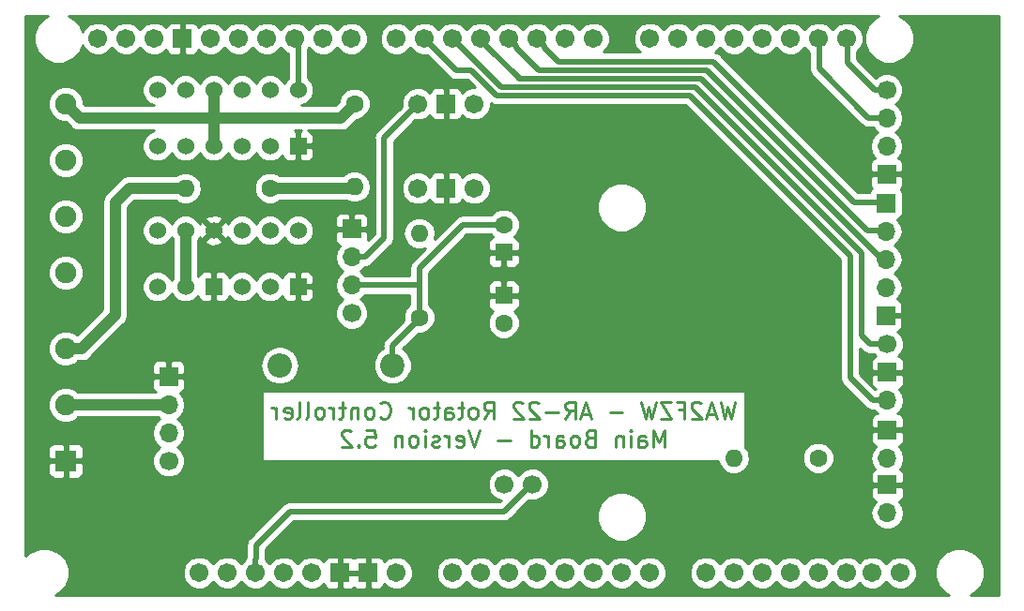
<source format=gbl>
G04 #@! TF.GenerationSoftware,KiCad,Pcbnew,(5.0.2)-1*
G04 #@! TF.CreationDate,2019-02-27T10:37:22-05:00*
G04 #@! TF.ProjectId,AR-22 Controller,41522d32-3220-4436-9f6e-74726f6c6c65,rev?*
G04 #@! TF.SameCoordinates,Original*
G04 #@! TF.FileFunction,Copper,L2,Bot*
G04 #@! TF.FilePolarity,Positive*
%FSLAX46Y46*%
G04 Gerber Fmt 4.6, Leading zero omitted, Abs format (unit mm)*
G04 Created by KiCad (PCBNEW (5.0.2)-1) date 2/27/2019 10:37:22 AM*
%MOMM*%
%LPD*%
G01*
G04 APERTURE LIST*
G04 #@! TA.AperFunction,NonConductor*
%ADD10C,0.254000*%
G04 #@! TD*
G04 #@! TA.AperFunction,ComponentPad*
%ADD11C,1.700000*%
G04 #@! TD*
G04 #@! TA.AperFunction,ComponentPad*
%ADD12O,1.700000X1.700000*%
G04 #@! TD*
G04 #@! TA.AperFunction,ComponentPad*
%ADD13R,1.700000X1.700000*%
G04 #@! TD*
G04 #@! TA.AperFunction,ComponentPad*
%ADD14C,1.701800*%
G04 #@! TD*
G04 #@! TA.AperFunction,ComponentPad*
%ADD15R,1.701800X1.701800*%
G04 #@! TD*
G04 #@! TA.AperFunction,ComponentPad*
%ADD16C,1.600000*%
G04 #@! TD*
G04 #@! TA.AperFunction,ComponentPad*
%ADD17R,1.600000X1.600000*%
G04 #@! TD*
G04 #@! TA.AperFunction,ComponentPad*
%ADD18O,1.600000X1.600000*%
G04 #@! TD*
G04 #@! TA.AperFunction,ComponentPad*
%ADD19C,1.524000*%
G04 #@! TD*
G04 #@! TA.AperFunction,ComponentPad*
%ADD20R,1.524000X1.524000*%
G04 #@! TD*
G04 #@! TA.AperFunction,ComponentPad*
%ADD21C,1.905000*%
G04 #@! TD*
G04 #@! TA.AperFunction,ComponentPad*
%ADD22R,1.905000X1.905000*%
G04 #@! TD*
G04 #@! TA.AperFunction,ComponentPad*
%ADD23C,2.200000*%
G04 #@! TD*
G04 #@! TA.AperFunction,ComponentPad*
%ADD24O,2.200000X2.200000*%
G04 #@! TD*
G04 #@! TA.AperFunction,Conductor*
%ADD25C,0.508000*%
G04 #@! TD*
G04 #@! TA.AperFunction,Conductor*
%ADD26C,1.016000*%
G04 #@! TD*
G04 #@! TA.AperFunction,Conductor*
%ADD27C,0.254000*%
G04 #@! TD*
G04 APERTURE END LIST*
D10*
X180369142Y-101844928D02*
X180012000Y-103368928D01*
X179726285Y-102280357D01*
X179440571Y-103368928D01*
X179083428Y-101844928D01*
X178583428Y-102933500D02*
X177869142Y-102933500D01*
X178726285Y-103368928D02*
X178226285Y-101844928D01*
X177726285Y-103368928D01*
X177297714Y-101990071D02*
X177226285Y-101917500D01*
X177083428Y-101844928D01*
X176726285Y-101844928D01*
X176583428Y-101917500D01*
X176512000Y-101990071D01*
X176440571Y-102135214D01*
X176440571Y-102280357D01*
X176512000Y-102498071D01*
X177369142Y-103368928D01*
X176440571Y-103368928D01*
X175297714Y-102570642D02*
X175797714Y-102570642D01*
X175797714Y-103368928D02*
X175797714Y-101844928D01*
X175083428Y-101844928D01*
X174654857Y-101844928D02*
X173654857Y-101844928D01*
X174654857Y-103368928D01*
X173654857Y-103368928D01*
X173226285Y-101844928D02*
X172869142Y-103368928D01*
X172583428Y-102280357D01*
X172297714Y-103368928D01*
X171940571Y-101844928D01*
X170226285Y-102788357D02*
X169083428Y-102788357D01*
X167297714Y-102933500D02*
X166583428Y-102933500D01*
X167440571Y-103368928D02*
X166940571Y-101844928D01*
X166440571Y-103368928D01*
X165083428Y-103368928D02*
X165583428Y-102643214D01*
X165940571Y-103368928D02*
X165940571Y-101844928D01*
X165369142Y-101844928D01*
X165226285Y-101917500D01*
X165154857Y-101990071D01*
X165083428Y-102135214D01*
X165083428Y-102352928D01*
X165154857Y-102498071D01*
X165226285Y-102570642D01*
X165369142Y-102643214D01*
X165940571Y-102643214D01*
X164440571Y-102788357D02*
X163297714Y-102788357D01*
X162654857Y-101990071D02*
X162583428Y-101917500D01*
X162440571Y-101844928D01*
X162083428Y-101844928D01*
X161940571Y-101917500D01*
X161869142Y-101990071D01*
X161797714Y-102135214D01*
X161797714Y-102280357D01*
X161869142Y-102498071D01*
X162726285Y-103368928D01*
X161797714Y-103368928D01*
X161226285Y-101990071D02*
X161154857Y-101917500D01*
X161012000Y-101844928D01*
X160654857Y-101844928D01*
X160512000Y-101917500D01*
X160440571Y-101990071D01*
X160369142Y-102135214D01*
X160369142Y-102280357D01*
X160440571Y-102498071D01*
X161297714Y-103368928D01*
X160369142Y-103368928D01*
X157726285Y-103368928D02*
X158226285Y-102643214D01*
X158583428Y-103368928D02*
X158583428Y-101844928D01*
X158012000Y-101844928D01*
X157869142Y-101917500D01*
X157797714Y-101990071D01*
X157726285Y-102135214D01*
X157726285Y-102352928D01*
X157797714Y-102498071D01*
X157869142Y-102570642D01*
X158012000Y-102643214D01*
X158583428Y-102643214D01*
X156869142Y-103368928D02*
X157012000Y-103296357D01*
X157083428Y-103223785D01*
X157154857Y-103078642D01*
X157154857Y-102643214D01*
X157083428Y-102498071D01*
X157012000Y-102425500D01*
X156869142Y-102352928D01*
X156654857Y-102352928D01*
X156512000Y-102425500D01*
X156440571Y-102498071D01*
X156369142Y-102643214D01*
X156369142Y-103078642D01*
X156440571Y-103223785D01*
X156512000Y-103296357D01*
X156654857Y-103368928D01*
X156869142Y-103368928D01*
X155940571Y-102352928D02*
X155369142Y-102352928D01*
X155726285Y-101844928D02*
X155726285Y-103151214D01*
X155654857Y-103296357D01*
X155512000Y-103368928D01*
X155369142Y-103368928D01*
X154226285Y-103368928D02*
X154226285Y-102570642D01*
X154297714Y-102425500D01*
X154440571Y-102352928D01*
X154726285Y-102352928D01*
X154869142Y-102425500D01*
X154226285Y-103296357D02*
X154369142Y-103368928D01*
X154726285Y-103368928D01*
X154869142Y-103296357D01*
X154940571Y-103151214D01*
X154940571Y-103006071D01*
X154869142Y-102860928D01*
X154726285Y-102788357D01*
X154369142Y-102788357D01*
X154226285Y-102715785D01*
X153726285Y-102352928D02*
X153154857Y-102352928D01*
X153512000Y-101844928D02*
X153512000Y-103151214D01*
X153440571Y-103296357D01*
X153297714Y-103368928D01*
X153154857Y-103368928D01*
X152440571Y-103368928D02*
X152583428Y-103296357D01*
X152654857Y-103223785D01*
X152726285Y-103078642D01*
X152726285Y-102643214D01*
X152654857Y-102498071D01*
X152583428Y-102425500D01*
X152440571Y-102352928D01*
X152226285Y-102352928D01*
X152083428Y-102425500D01*
X152012000Y-102498071D01*
X151940571Y-102643214D01*
X151940571Y-103078642D01*
X152012000Y-103223785D01*
X152083428Y-103296357D01*
X152226285Y-103368928D01*
X152440571Y-103368928D01*
X151297714Y-103368928D02*
X151297714Y-102352928D01*
X151297714Y-102643214D02*
X151226285Y-102498071D01*
X151154857Y-102425500D01*
X151012000Y-102352928D01*
X150869142Y-102352928D01*
X148369142Y-103223785D02*
X148440571Y-103296357D01*
X148654857Y-103368928D01*
X148797714Y-103368928D01*
X149012000Y-103296357D01*
X149154857Y-103151214D01*
X149226285Y-103006071D01*
X149297714Y-102715785D01*
X149297714Y-102498071D01*
X149226285Y-102207785D01*
X149154857Y-102062642D01*
X149012000Y-101917500D01*
X148797714Y-101844928D01*
X148654857Y-101844928D01*
X148440571Y-101917500D01*
X148369142Y-101990071D01*
X147512000Y-103368928D02*
X147654857Y-103296357D01*
X147726285Y-103223785D01*
X147797714Y-103078642D01*
X147797714Y-102643214D01*
X147726285Y-102498071D01*
X147654857Y-102425500D01*
X147512000Y-102352928D01*
X147297714Y-102352928D01*
X147154857Y-102425500D01*
X147083428Y-102498071D01*
X147012000Y-102643214D01*
X147012000Y-103078642D01*
X147083428Y-103223785D01*
X147154857Y-103296357D01*
X147297714Y-103368928D01*
X147512000Y-103368928D01*
X146369142Y-102352928D02*
X146369142Y-103368928D01*
X146369142Y-102498071D02*
X146297714Y-102425500D01*
X146154857Y-102352928D01*
X145940571Y-102352928D01*
X145797714Y-102425500D01*
X145726285Y-102570642D01*
X145726285Y-103368928D01*
X145226285Y-102352928D02*
X144654857Y-102352928D01*
X145012000Y-101844928D02*
X145012000Y-103151214D01*
X144940571Y-103296357D01*
X144797714Y-103368928D01*
X144654857Y-103368928D01*
X144154857Y-103368928D02*
X144154857Y-102352928D01*
X144154857Y-102643214D02*
X144083428Y-102498071D01*
X144012000Y-102425500D01*
X143869142Y-102352928D01*
X143726285Y-102352928D01*
X143012000Y-103368928D02*
X143154857Y-103296357D01*
X143226285Y-103223785D01*
X143297714Y-103078642D01*
X143297714Y-102643214D01*
X143226285Y-102498071D01*
X143154857Y-102425500D01*
X143012000Y-102352928D01*
X142797714Y-102352928D01*
X142654857Y-102425500D01*
X142583428Y-102498071D01*
X142512000Y-102643214D01*
X142512000Y-103078642D01*
X142583428Y-103223785D01*
X142654857Y-103296357D01*
X142797714Y-103368928D01*
X143012000Y-103368928D01*
X141654857Y-103368928D02*
X141797714Y-103296357D01*
X141869142Y-103151214D01*
X141869142Y-101844928D01*
X140869142Y-103368928D02*
X141012000Y-103296357D01*
X141083428Y-103151214D01*
X141083428Y-101844928D01*
X139726285Y-103296357D02*
X139869142Y-103368928D01*
X140154857Y-103368928D01*
X140297714Y-103296357D01*
X140369142Y-103151214D01*
X140369142Y-102570642D01*
X140297714Y-102425500D01*
X140154857Y-102352928D01*
X139869142Y-102352928D01*
X139726285Y-102425500D01*
X139654857Y-102570642D01*
X139654857Y-102715785D01*
X140369142Y-102860928D01*
X139012000Y-103368928D02*
X139012000Y-102352928D01*
X139012000Y-102643214D02*
X138940571Y-102498071D01*
X138869142Y-102425500D01*
X138726285Y-102352928D01*
X138583428Y-102352928D01*
X174047714Y-105908928D02*
X174047714Y-104384928D01*
X173547714Y-105473500D01*
X173047714Y-104384928D01*
X173047714Y-105908928D01*
X171690571Y-105908928D02*
X171690571Y-105110642D01*
X171762000Y-104965500D01*
X171904857Y-104892928D01*
X172190571Y-104892928D01*
X172333428Y-104965500D01*
X171690571Y-105836357D02*
X171833428Y-105908928D01*
X172190571Y-105908928D01*
X172333428Y-105836357D01*
X172404857Y-105691214D01*
X172404857Y-105546071D01*
X172333428Y-105400928D01*
X172190571Y-105328357D01*
X171833428Y-105328357D01*
X171690571Y-105255785D01*
X170976285Y-105908928D02*
X170976285Y-104892928D01*
X170976285Y-104384928D02*
X171047714Y-104457500D01*
X170976285Y-104530071D01*
X170904857Y-104457500D01*
X170976285Y-104384928D01*
X170976285Y-104530071D01*
X170262000Y-104892928D02*
X170262000Y-105908928D01*
X170262000Y-105038071D02*
X170190571Y-104965500D01*
X170047714Y-104892928D01*
X169833428Y-104892928D01*
X169690571Y-104965500D01*
X169619142Y-105110642D01*
X169619142Y-105908928D01*
X167262000Y-105110642D02*
X167047714Y-105183214D01*
X166976285Y-105255785D01*
X166904857Y-105400928D01*
X166904857Y-105618642D01*
X166976285Y-105763785D01*
X167047714Y-105836357D01*
X167190571Y-105908928D01*
X167762000Y-105908928D01*
X167762000Y-104384928D01*
X167262000Y-104384928D01*
X167119142Y-104457500D01*
X167047714Y-104530071D01*
X166976285Y-104675214D01*
X166976285Y-104820357D01*
X167047714Y-104965500D01*
X167119142Y-105038071D01*
X167262000Y-105110642D01*
X167762000Y-105110642D01*
X166047714Y-105908928D02*
X166190571Y-105836357D01*
X166262000Y-105763785D01*
X166333428Y-105618642D01*
X166333428Y-105183214D01*
X166262000Y-105038071D01*
X166190571Y-104965500D01*
X166047714Y-104892928D01*
X165833428Y-104892928D01*
X165690571Y-104965500D01*
X165619142Y-105038071D01*
X165547714Y-105183214D01*
X165547714Y-105618642D01*
X165619142Y-105763785D01*
X165690571Y-105836357D01*
X165833428Y-105908928D01*
X166047714Y-105908928D01*
X164262000Y-105908928D02*
X164262000Y-105110642D01*
X164333428Y-104965500D01*
X164476285Y-104892928D01*
X164762000Y-104892928D01*
X164904857Y-104965500D01*
X164262000Y-105836357D02*
X164404857Y-105908928D01*
X164762000Y-105908928D01*
X164904857Y-105836357D01*
X164976285Y-105691214D01*
X164976285Y-105546071D01*
X164904857Y-105400928D01*
X164762000Y-105328357D01*
X164404857Y-105328357D01*
X164262000Y-105255785D01*
X163547714Y-105908928D02*
X163547714Y-104892928D01*
X163547714Y-105183214D02*
X163476285Y-105038071D01*
X163404857Y-104965500D01*
X163262000Y-104892928D01*
X163119142Y-104892928D01*
X161976285Y-105908928D02*
X161976285Y-104384928D01*
X161976285Y-105836357D02*
X162119142Y-105908928D01*
X162404857Y-105908928D01*
X162547714Y-105836357D01*
X162619142Y-105763785D01*
X162690571Y-105618642D01*
X162690571Y-105183214D01*
X162619142Y-105038071D01*
X162547714Y-104965500D01*
X162404857Y-104892928D01*
X162119142Y-104892928D01*
X161976285Y-104965500D01*
X160119142Y-105328357D02*
X158976285Y-105328357D01*
X157333428Y-104384928D02*
X156833428Y-105908928D01*
X156333428Y-104384928D01*
X155262000Y-105836357D02*
X155404857Y-105908928D01*
X155690571Y-105908928D01*
X155833428Y-105836357D01*
X155904857Y-105691214D01*
X155904857Y-105110642D01*
X155833428Y-104965500D01*
X155690571Y-104892928D01*
X155404857Y-104892928D01*
X155262000Y-104965500D01*
X155190571Y-105110642D01*
X155190571Y-105255785D01*
X155904857Y-105400928D01*
X154547714Y-105908928D02*
X154547714Y-104892928D01*
X154547714Y-105183214D02*
X154476285Y-105038071D01*
X154404857Y-104965500D01*
X154262000Y-104892928D01*
X154119142Y-104892928D01*
X153690571Y-105836357D02*
X153547714Y-105908928D01*
X153262000Y-105908928D01*
X153119142Y-105836357D01*
X153047714Y-105691214D01*
X153047714Y-105618642D01*
X153119142Y-105473500D01*
X153262000Y-105400928D01*
X153476285Y-105400928D01*
X153619142Y-105328357D01*
X153690571Y-105183214D01*
X153690571Y-105110642D01*
X153619142Y-104965500D01*
X153476285Y-104892928D01*
X153262000Y-104892928D01*
X153119142Y-104965500D01*
X152404857Y-105908928D02*
X152404857Y-104892928D01*
X152404857Y-104384928D02*
X152476285Y-104457500D01*
X152404857Y-104530071D01*
X152333428Y-104457500D01*
X152404857Y-104384928D01*
X152404857Y-104530071D01*
X151476285Y-105908928D02*
X151619142Y-105836357D01*
X151690571Y-105763785D01*
X151762000Y-105618642D01*
X151762000Y-105183214D01*
X151690571Y-105038071D01*
X151619142Y-104965500D01*
X151476285Y-104892928D01*
X151262000Y-104892928D01*
X151119142Y-104965500D01*
X151047714Y-105038071D01*
X150976285Y-105183214D01*
X150976285Y-105618642D01*
X151047714Y-105763785D01*
X151119142Y-105836357D01*
X151262000Y-105908928D01*
X151476285Y-105908928D01*
X150333428Y-104892928D02*
X150333428Y-105908928D01*
X150333428Y-105038071D02*
X150262000Y-104965500D01*
X150119142Y-104892928D01*
X149904857Y-104892928D01*
X149762000Y-104965500D01*
X149690571Y-105110642D01*
X149690571Y-105908928D01*
X147119142Y-104384928D02*
X147833428Y-104384928D01*
X147904857Y-105110642D01*
X147833428Y-105038071D01*
X147690571Y-104965500D01*
X147333428Y-104965500D01*
X147190571Y-105038071D01*
X147119142Y-105110642D01*
X147047714Y-105255785D01*
X147047714Y-105618642D01*
X147119142Y-105763785D01*
X147190571Y-105836357D01*
X147333428Y-105908928D01*
X147690571Y-105908928D01*
X147833428Y-105836357D01*
X147904857Y-105763785D01*
X146404857Y-105763785D02*
X146333428Y-105836357D01*
X146404857Y-105908928D01*
X146476285Y-105836357D01*
X146404857Y-105763785D01*
X146404857Y-105908928D01*
X145762000Y-104530071D02*
X145690571Y-104457500D01*
X145547714Y-104384928D01*
X145190571Y-104384928D01*
X145047714Y-104457500D01*
X144976285Y-104530071D01*
X144904857Y-104675214D01*
X144904857Y-104820357D01*
X144976285Y-105038071D01*
X145833428Y-105908928D01*
X144904857Y-105908928D01*
D11*
G04 #@! TO.P,J10,1*
G04 #@! TO.N,Net-(D1-Pad2)*
X145796000Y-93853000D03*
D12*
G04 #@! TO.P,J10,2*
G04 #@! TO.N,Net-(C3-Pad1)*
X145796000Y-91313000D03*
G04 #@! TO.P,J10,3*
G04 #@! TO.N,/D18*
X145796000Y-88773000D03*
D13*
G04 #@! TO.P,J10,4*
G04 #@! TO.N,GND*
X145796000Y-86233000D03*
G04 #@! TD*
D14*
G04 #@! TO.P,A1,SCL*
G04 #@! TO.N,Net-(A1-PadSCL)*
X122896323Y-69024781D03*
G04 #@! TO.P,A1,SDA*
G04 #@! TO.N,Net-(A1-PadSDA)*
X125436323Y-69024781D03*
G04 #@! TO.P,A1,AREF*
G04 #@! TO.N,Net-(A1-PadAREF)*
X127976323Y-69024781D03*
D15*
G04 #@! TO.P,A1,GND*
G04 #@! TO.N,GND*
X130516323Y-69024781D03*
D14*
G04 #@! TO.P,A1,D13*
G04 #@! TO.N,Net-(A1-PadD13)*
X133056323Y-69024781D03*
G04 #@! TO.P,A1,D12*
G04 #@! TO.N,Net-(A1-PadD12)*
X135596323Y-69024781D03*
G04 #@! TO.P,A1,D11*
G04 #@! TO.N,Net-(A1-PadD11)*
X138136323Y-69024781D03*
G04 #@! TO.P,A1,D10*
G04 #@! TO.N,/D10*
X140676323Y-69024781D03*
G04 #@! TO.P,A1,D9*
G04 #@! TO.N,/D9*
X143216323Y-69024781D03*
G04 #@! TO.P,A1,D8*
G04 #@! TO.N,/D8*
X145756323Y-69024781D03*
G04 #@! TO.P,A1,D7*
G04 #@! TO.N,Net-(A1-PadD7)*
X149820323Y-69024781D03*
G04 #@! TO.P,A1,D6*
G04 #@! TO.N,/D6*
X152360323Y-69024781D03*
G04 #@! TO.P,A1,D5*
G04 #@! TO.N,/D5*
X154900323Y-69024781D03*
G04 #@! TO.P,A1,D4*
G04 #@! TO.N,/D4*
X157440323Y-69024781D03*
G04 #@! TO.P,A1,D3*
G04 #@! TO.N,/D3*
X159980323Y-69024781D03*
G04 #@! TO.P,A1,D2*
G04 #@! TO.N,/D2*
X162520323Y-69024781D03*
G04 #@! TO.P,A1,D1*
G04 #@! TO.N,Net-(A1-PadD1)*
X165060323Y-69024781D03*
G04 #@! TO.P,A1,D0*
G04 #@! TO.N,Net-(A1-PadD0)*
X167600323Y-69024781D03*
G04 #@! TO.P,A1,D14*
G04 #@! TO.N,Net-(A1-PadD14)*
X172680323Y-69024781D03*
G04 #@! TO.P,A1,D15*
G04 #@! TO.N,Net-(A1-PadD15)*
X175220323Y-69024781D03*
G04 #@! TO.P,A1,D16*
G04 #@! TO.N,Net-(A1-PadD16)*
X177760323Y-69024781D03*
G04 #@! TO.P,A1,D17*
G04 #@! TO.N,Net-(A1-PadD17)*
X180300323Y-69024781D03*
G04 #@! TO.P,A1,D18*
G04 #@! TO.N,/D18*
X182840323Y-69024781D03*
G04 #@! TO.P,A1,D19*
G04 #@! TO.N,/D19*
X185380323Y-69024781D03*
G04 #@! TO.P,A1,D20*
G04 #@! TO.N,/D20*
X187920323Y-69024781D03*
G04 #@! TO.P,A1,D21*
G04 #@! TO.N,/D21*
X190460323Y-69024781D03*
G04 #@! TO.P,A1,AD15*
G04 #@! TO.N,Net-(A1-PadAD15)*
X195286323Y-117284781D03*
G04 #@! TO.P,A1,AD14*
G04 #@! TO.N,Net-(A1-PadAD14)*
X192746323Y-117284781D03*
G04 #@! TO.P,A1,AD13*
G04 #@! TO.N,Net-(A1-PadAD13)*
X190460323Y-117284781D03*
G04 #@! TO.P,A1,AD12*
G04 #@! TO.N,Net-(A1-PadAD12)*
X187920323Y-117284781D03*
G04 #@! TO.P,A1,AD11*
G04 #@! TO.N,Net-(A1-PadAD11)*
X185380323Y-117284781D03*
G04 #@! TO.P,A1,AD10*
G04 #@! TO.N,Net-(A1-PadAD10)*
X182840323Y-117284781D03*
G04 #@! TO.P,A1,AD9*
G04 #@! TO.N,Net-(A1-PadAD9)*
X180300323Y-117284781D03*
G04 #@! TO.P,A1,AD8*
G04 #@! TO.N,Net-(A1-PadAD8)*
X177760323Y-117284781D03*
G04 #@! TO.P,A1,AD7*
G04 #@! TO.N,Net-(A1-PadAD7)*
X172680323Y-117284781D03*
G04 #@! TO.P,A1,AD6*
G04 #@! TO.N,Net-(A1-PadAD6)*
X170140323Y-117284781D03*
G04 #@! TO.P,A1,AD5*
G04 #@! TO.N,Net-(A1-PadAD5)*
X167600323Y-117284781D03*
G04 #@! TO.P,A1,AD4*
G04 #@! TO.N,Net-(A1-PadAD4)*
X165060323Y-117284781D03*
G04 #@! TO.P,A1,AD3*
G04 #@! TO.N,Net-(A1-PadAD3)*
X162520323Y-117284781D03*
G04 #@! TO.P,A1,AD2*
G04 #@! TO.N,Net-(A1-PadAD2)*
X159980323Y-117284781D03*
G04 #@! TO.P,A1,AD1*
G04 #@! TO.N,Net-(A1-PadAD1)*
X157440323Y-117284781D03*
G04 #@! TO.P,A1,AD0*
G04 #@! TO.N,Net-(A1-PadAD0)*
X154900323Y-117284781D03*
G04 #@! TO.P,A1,VIN*
G04 #@! TO.N,Net-(A1-PadVIN)*
X149820323Y-117284781D03*
D15*
G04 #@! TO.P,A1,GND*
G04 #@! TO.N,GND*
X147280323Y-117284781D03*
X144740323Y-117284781D03*
D14*
G04 #@! TO.P,A1,+5V*
G04 #@! TO.N,+5V*
X142200323Y-117284781D03*
G04 #@! TO.P,A1,3V3*
G04 #@! TO.N,Net-(A1-Pad3V3)*
X139660323Y-117284781D03*
G04 #@! TO.P,A1,RESET*
G04 #@! TO.N,/RESET*
X137120323Y-117284781D03*
G04 #@! TO.P,A1,IOREF*
G04 #@! TO.N,Net-(A1-PadIOREF)*
X134580323Y-117284781D03*
G04 #@! TO.P,A1,NC*
G04 #@! TO.N,Net-(A1-PadNC)*
X132040323Y-117284781D03*
G04 #@! TD*
D16*
G04 #@! TO.P,C1,1*
G04 #@! TO.N,Net-(C1-Pad1)*
X159512000Y-94742000D03*
D17*
G04 #@! TO.P,C1,2*
G04 #@! TO.N,GND*
X159512000Y-92242000D03*
G04 #@! TD*
D16*
G04 #@! TO.P,C2,1*
G04 #@! TO.N,Net-(C2-Pad1)*
X146050000Y-74930000D03*
D18*
G04 #@! TO.P,C2,2*
G04 #@! TO.N,Net-(C2-Pad2)*
X146050000Y-82430000D03*
G04 #@! TD*
D13*
G04 #@! TO.P,J5,1*
G04 #@! TO.N,GND*
X194119500Y-109347000D03*
D12*
G04 #@! TO.P,J5,2*
G04 #@! TO.N,/D19*
X194119500Y-111887000D03*
G04 #@! TD*
D11*
G04 #@! TO.P,J6,1*
G04 #@! TO.N,/D5*
X194119500Y-96647000D03*
D13*
G04 #@! TO.P,J6,2*
G04 #@! TO.N,GND*
X194119500Y-99187000D03*
D12*
G04 #@! TO.P,J6,3*
G04 #@! TO.N,/D6*
X194119500Y-101727000D03*
G04 #@! TD*
D11*
G04 #@! TO.P,J7,1*
G04 #@! TO.N,/D21*
X194056000Y-73660000D03*
D12*
G04 #@! TO.P,J7,2*
G04 #@! TO.N,/D20*
X194056000Y-76200000D03*
G04 #@! TO.P,J7,3*
G04 #@! TO.N,+5V*
X194056000Y-78740000D03*
D13*
G04 #@! TO.P,J7,4*
G04 #@! TO.N,GND*
X194056000Y-81280000D03*
G04 #@! TD*
G04 #@! TO.P,J9,1*
G04 #@! TO.N,/D2*
X193992500Y-83883500D03*
D12*
G04 #@! TO.P,J9,2*
G04 #@! TO.N,/D3*
X193992500Y-86423500D03*
G04 #@! TO.P,J9,3*
G04 #@! TO.N,/D4*
X193992500Y-88963500D03*
G04 #@! TO.P,J9,4*
G04 #@! TO.N,+5V*
X193992500Y-91503500D03*
D13*
G04 #@! TO.P,J9,5*
G04 #@! TO.N,GND*
X193992500Y-94043500D03*
G04 #@! TD*
D14*
G04 #@! TO.P,U1,1*
G04 #@! TO.N,Net-(R2-Pad2)*
X151765000Y-82550000D03*
G04 #@! TO.P,U1,4*
G04 #@! TO.N,/D18*
X156845000Y-74930000D03*
D15*
G04 #@! TO.P,U1,2*
G04 #@! TO.N,GND*
X154305000Y-82550000D03*
G04 #@! TO.P,U1,5*
X154305000Y-74930000D03*
D14*
G04 #@! TO.P,U1,3*
G04 #@! TO.N,Net-(U1-Pad3)*
X156845000Y-82550000D03*
G04 #@! TO.P,U1,6*
G04 #@! TO.N,/D18*
X151765000Y-74930000D03*
G04 #@! TD*
D19*
G04 #@! TO.P,K1,11*
G04 #@! TO.N,N/C*
X138430000Y-78740000D03*
G04 #@! TO.P,K1,2*
X138430000Y-73660000D03*
G04 #@! TO.P,K1,6*
X128270000Y-73660000D03*
G04 #@! TO.P,K1,7*
X128270000Y-78740000D03*
D20*
G04 #@! TO.P,K1,12*
G04 #@! TO.N,GND*
X140970000Y-78740000D03*
D19*
G04 #@! TO.P,K1,10*
G04 #@! TO.N,Net-(K1-Pad10)*
X135890000Y-78740000D03*
G04 #@! TO.P,K1,9*
G04 #@! TO.N,Net-(C2-Pad1)*
X133350000Y-78740000D03*
G04 #@! TO.P,K1,8*
G04 #@! TO.N,Net-(J2-Pad3)*
X130810000Y-78740000D03*
G04 #@! TO.P,K1,5*
X130810000Y-73660000D03*
G04 #@! TO.P,K1,4*
G04 #@! TO.N,Net-(C2-Pad1)*
X133350000Y-73660000D03*
G04 #@! TO.P,K1,3*
G04 #@! TO.N,Net-(K1-Pad3)*
X135890000Y-73660000D03*
G04 #@! TO.P,K1,1*
G04 #@! TO.N,/D10*
X140970000Y-73660000D03*
G04 #@! TD*
G04 #@! TO.P,K2,11*
G04 #@! TO.N,N/C*
X138430000Y-91440000D03*
G04 #@! TO.P,K2,2*
X138430000Y-86360000D03*
G04 #@! TO.P,K2,6*
X128270000Y-86360000D03*
G04 #@! TO.P,K2,7*
X128270000Y-91440000D03*
D20*
G04 #@! TO.P,K2,12*
G04 #@! TO.N,GND*
X140970000Y-91440000D03*
D19*
G04 #@! TO.P,K2,10*
G04 #@! TO.N,Net-(J8-Pad4)*
X135890000Y-91440000D03*
D20*
G04 #@! TO.P,K2,9*
G04 #@! TO.N,GND*
X133350000Y-91440000D03*
D19*
G04 #@! TO.P,K2,8*
G04 #@! TO.N,Net-(J8-Pad3)*
X130810000Y-91440000D03*
G04 #@! TO.P,K2,5*
X130810000Y-86360000D03*
G04 #@! TO.P,K2,4*
G04 #@! TO.N,GND*
X133350000Y-86360000D03*
G04 #@! TO.P,K2,3*
G04 #@! TO.N,Net-(J8-Pad4)*
X135890000Y-86360000D03*
G04 #@! TO.P,K2,1*
G04 #@! TO.N,/D9*
X140970000Y-86360000D03*
G04 #@! TD*
D21*
G04 #@! TO.P,J8,4*
G04 #@! TO.N,Net-(J8-Pad4)*
X120015000Y-90170000D03*
G04 #@! TO.P,J8,3*
G04 #@! TO.N,Net-(J8-Pad3)*
X120015000Y-85090000D03*
G04 #@! TO.P,J8,2*
G04 #@! TO.N,Net-(D1-Pad2)*
X120015000Y-80010000D03*
G04 #@! TO.P,J8,1*
G04 #@! TO.N,Net-(C2-Pad1)*
X120015000Y-74930000D03*
G04 #@! TD*
G04 #@! TO.P,J2,3*
G04 #@! TO.N,Net-(J2-Pad3)*
X120015000Y-97028000D03*
G04 #@! TO.P,J2,2*
G04 #@! TO.N,Net-(J1-Pad3)*
X120015000Y-102108000D03*
D22*
G04 #@! TO.P,J2,1*
G04 #@! TO.N,GND*
X120015000Y-107188000D03*
G04 #@! TD*
D16*
G04 #@! TO.P,C3,1*
G04 #@! TO.N,Net-(C3-Pad1)*
X159512000Y-85852000D03*
D17*
G04 #@! TO.P,C3,2*
G04 #@! TO.N,GND*
X159512000Y-88352000D03*
G04 #@! TD*
D11*
G04 #@! TO.P,J3,2*
G04 #@! TO.N,Net-(C1-Pad1)*
X159575500Y-109283500D03*
G04 #@! TO.P,J3,1*
G04 #@! TO.N,/RESET*
X162115500Y-109283500D03*
G04 #@! TD*
D13*
G04 #@! TO.P,J4,1*
G04 #@! TO.N,GND*
X194119500Y-104394000D03*
D12*
G04 #@! TO.P,J4,2*
G04 #@! TO.N,Net-(J4-Pad2)*
X194119500Y-106934000D03*
G04 #@! TD*
D23*
G04 #@! TO.P,D1,1*
G04 #@! TO.N,Net-(C3-Pad1)*
X149479000Y-98552000D03*
D24*
G04 #@! TO.P,D1,2*
G04 #@! TO.N,Net-(D1-Pad2)*
X139319000Y-98552000D03*
G04 #@! TD*
D11*
G04 #@! TO.P,J1,1*
G04 #@! TO.N,Net-(J1-Pad1)*
X129286000Y-107188000D03*
D12*
G04 #@! TO.P,J1,2*
G04 #@! TO.N,Net-(J1-Pad2)*
X129286000Y-104648000D03*
G04 #@! TO.P,J1,3*
G04 #@! TO.N,Net-(J1-Pad3)*
X129286000Y-102108000D03*
D13*
G04 #@! TO.P,J1,4*
G04 #@! TO.N,GND*
X129286000Y-99568000D03*
G04 #@! TD*
D18*
G04 #@! TO.P,R1,2*
G04 #@! TO.N,Net-(J2-Pad3)*
X130810000Y-82550000D03*
D16*
G04 #@! TO.P,R1,1*
G04 #@! TO.N,Net-(C2-Pad2)*
X138430000Y-82550000D03*
G04 #@! TD*
G04 #@! TO.P,R2,1*
G04 #@! TO.N,Net-(C3-Pad1)*
X151892000Y-94234000D03*
D18*
G04 #@! TO.P,R2,2*
G04 #@! TO.N,Net-(R2-Pad2)*
X151892000Y-86614000D03*
G04 #@! TD*
G04 #@! TO.P,R3,2*
G04 #@! TO.N,/D8*
X180276500Y-106934000D03*
D16*
G04 #@! TO.P,R3,1*
G04 #@! TO.N,Net-(J4-Pad2)*
X187896500Y-106934000D03*
G04 #@! TD*
D25*
G04 #@! TO.N,Net-(C1-Pad1)*
X159385000Y-109855000D02*
X159512000Y-109855000D01*
X159575500Y-94805500D02*
X159512000Y-94742000D01*
D26*
G04 #@! TO.N,Net-(C2-Pad1)*
X133350000Y-76200000D02*
X121285000Y-76200000D01*
X133350000Y-76200000D02*
X133350000Y-78740000D01*
X133350000Y-73660000D02*
X133350000Y-76200000D01*
X121285000Y-76200000D02*
X120015000Y-74930000D01*
X133350000Y-76200000D02*
X144780000Y-76200000D01*
X144780000Y-76200000D02*
X146050000Y-74930000D01*
D25*
G04 #@! TO.N,/D18*
X146998081Y-88773000D02*
X148717000Y-87054081D01*
X145796000Y-88773000D02*
X146998081Y-88773000D01*
X148717000Y-77978000D02*
X151638000Y-75057000D01*
X148717000Y-87054081D02*
X148717000Y-77978000D01*
X151638000Y-75057000D02*
X151638000Y-74803000D01*
D26*
G04 #@! TO.N,Net-(J1-Pad3)*
X120015000Y-102108000D02*
X129413000Y-102108000D01*
G04 #@! TO.N,Net-(J2-Pad3)*
X120015000Y-97028000D02*
X121412000Y-97028000D01*
X121412000Y-97028000D02*
X124460000Y-93980000D01*
X124460000Y-93980000D02*
X124460000Y-83820000D01*
X124460000Y-83820000D02*
X125730000Y-82550000D01*
X125730000Y-82550000D02*
X130810000Y-82550000D01*
D25*
G04 #@! TO.N,/RESET*
X136906000Y-117094000D02*
X137160000Y-117094000D01*
X137120323Y-116081427D02*
X137160000Y-116041750D01*
X137120323Y-117284781D02*
X137120323Y-116081427D01*
X137160000Y-116041750D02*
X137160000Y-114808000D01*
X137160000Y-114808000D02*
X140208000Y-111760000D01*
X140208000Y-111760000D02*
X159512000Y-111760000D01*
X159512000Y-111760000D02*
X162052000Y-109220000D01*
G04 #@! TO.N,/D21*
X192952000Y-73660000D02*
X190500000Y-71208000D01*
X194310000Y-73660000D02*
X192952000Y-73660000D01*
X190500000Y-71208000D02*
X190500000Y-69215000D01*
G04 #@! TO.N,/D2*
X194310000Y-83820000D02*
X192405000Y-83820000D01*
X192405000Y-83820000D02*
X191135000Y-83820000D01*
X178435000Y-71120000D02*
X191135000Y-83820000D01*
X163199322Y-69703780D02*
X163199322Y-69854322D01*
X162520323Y-69024781D02*
X163199322Y-69703780D01*
X164465000Y-71120000D02*
X167005000Y-71120000D01*
X163199322Y-69854322D02*
X164465000Y-71120000D01*
X178435000Y-71120000D02*
X167005000Y-71120000D01*
X167005000Y-71120000D02*
X166033780Y-71120000D01*
G04 #@! TO.N,/D3*
X177800000Y-71882000D02*
X191770000Y-85852000D01*
X160659322Y-69703780D02*
X160659322Y-69854322D01*
X159980323Y-69024781D02*
X160659322Y-69703780D01*
X162687000Y-71882000D02*
X162433000Y-71628000D01*
X177800000Y-71882000D02*
X162687000Y-71882000D01*
X160659322Y-69854322D02*
X162433000Y-71628000D01*
X191770000Y-85852000D02*
X192278000Y-86360000D01*
X192278000Y-86360000D02*
X193802000Y-86360000D01*
G04 #@! TO.N,/D4*
X158115000Y-69850000D02*
X157480000Y-69215000D01*
X158115000Y-69850000D02*
X157615032Y-69350032D01*
X160909000Y-72644000D02*
X160782000Y-72517000D01*
X177292000Y-72644000D02*
X160909000Y-72644000D01*
X158115000Y-69850000D02*
X160782000Y-72517000D01*
X177292000Y-72644000D02*
X183134000Y-78486000D01*
X183134000Y-78486000D02*
X193548000Y-88900000D01*
X193548000Y-88900000D02*
X194056000Y-88900000D01*
G04 #@! TO.N,/D5*
X160020000Y-73406000D02*
X159281542Y-73406000D01*
X154900323Y-69024781D02*
X159281542Y-73406000D01*
X159535542Y-73406000D02*
X160020000Y-73406000D01*
X193802000Y-96266000D02*
X193802000Y-96520000D01*
X191770000Y-88392000D02*
X191770000Y-94234000D01*
X160020000Y-73406000D02*
X176784000Y-73406000D01*
X176784000Y-73406000D02*
X191770000Y-88392000D01*
X191770000Y-94234000D02*
X191770000Y-95885000D01*
X191770000Y-95885000D02*
X192532000Y-96647000D01*
X192532000Y-96647000D02*
X194056000Y-96647000D01*
G04 #@! TO.N,/D6*
X156591000Y-71882000D02*
X158877000Y-74168000D01*
X190754000Y-88646000D02*
X190754000Y-98044000D01*
X193929000Y-101727000D02*
X194056000Y-101727000D01*
X155217542Y-71882000D02*
X155194000Y-71858458D01*
X156591000Y-71882000D02*
X155217542Y-71882000D01*
X152360323Y-69024781D02*
X155194000Y-71858458D01*
X175641000Y-74168000D02*
X175991158Y-74168000D01*
X176657000Y-74549000D02*
X190754000Y-88646000D01*
X176276000Y-74168000D02*
X176657000Y-74549000D01*
X175387000Y-74168000D02*
X176276000Y-74168000D01*
X175387000Y-74168000D02*
X175641000Y-74168000D01*
X158877000Y-74168000D02*
X175387000Y-74168000D01*
X190754000Y-98044000D02*
X190754000Y-99695000D01*
X190754000Y-99695000D02*
X192786000Y-101727000D01*
X192786000Y-101727000D02*
X194056000Y-101727000D01*
G04 #@! TO.N,/D20*
X194310000Y-76200000D02*
X192405000Y-76200000D01*
X192405000Y-76200000D02*
X187960000Y-71755000D01*
X187960000Y-71755000D02*
X187960000Y-69215000D01*
D26*
G04 #@! TO.N,Net-(J8-Pad3)*
X130810000Y-86360000D02*
X130810000Y-91440000D01*
D25*
G04 #@! TO.N,/D10*
X140970000Y-69342000D02*
X140716000Y-69088000D01*
X140676323Y-69024781D02*
X140676323Y-69048323D01*
X140676323Y-69048323D02*
X140970000Y-69342000D01*
X140970000Y-69342000D02*
X140970000Y-73787000D01*
G04 #@! TO.N,Net-(C3-Pad1)*
X151892000Y-94222370D02*
X151892000Y-93091000D01*
X152527000Y-89142370D02*
X155829000Y-85840370D01*
X155829000Y-85840370D02*
X155840630Y-85852000D01*
X155840630Y-85852000D02*
X159512000Y-85852000D01*
X152527000Y-89154000D02*
X151892000Y-89789000D01*
X152527000Y-89142370D02*
X152527000Y-89154000D01*
X151892000Y-94234000D02*
X151765000Y-94234000D01*
X149479000Y-96774000D02*
X151892000Y-94361000D01*
X151765000Y-91313000D02*
X151892000Y-91186000D01*
X145796000Y-91313000D02*
X151765000Y-91313000D01*
X151892000Y-93091000D02*
X151892000Y-91186000D01*
X151892000Y-91186000D02*
X151892000Y-89789000D01*
X149479000Y-96774000D02*
X149479000Y-98425000D01*
D26*
G04 #@! TO.N,Net-(C2-Pad2)*
X138430000Y-82550000D02*
X146050000Y-82550000D01*
G04 #@! TD*
D27*
G04 #@! TO.N,GND*
G36*
X118074297Y-67130040D02*
X117445582Y-67758755D01*
X117105323Y-68580212D01*
X117105323Y-69469350D01*
X117445582Y-70290807D01*
X118074297Y-70919522D01*
X118895754Y-71259781D01*
X119784892Y-71259781D01*
X120606349Y-70919522D01*
X121235064Y-70290807D01*
X121523733Y-69593900D01*
X121636637Y-69866476D01*
X122054628Y-70284467D01*
X122600759Y-70510681D01*
X123191887Y-70510681D01*
X123738018Y-70284467D01*
X124156009Y-69866476D01*
X124166323Y-69841576D01*
X124176637Y-69866476D01*
X124594628Y-70284467D01*
X125140759Y-70510681D01*
X125731887Y-70510681D01*
X126278018Y-70284467D01*
X126696009Y-69866476D01*
X126706323Y-69841576D01*
X126716637Y-69866476D01*
X127134628Y-70284467D01*
X127680759Y-70510681D01*
X128271887Y-70510681D01*
X128818018Y-70284467D01*
X129050947Y-70051538D01*
X129127096Y-70235379D01*
X129305724Y-70414008D01*
X129539113Y-70510681D01*
X130230573Y-70510681D01*
X130389323Y-70351931D01*
X130389323Y-69151781D01*
X130369323Y-69151781D01*
X130369323Y-68897781D01*
X130389323Y-68897781D01*
X130389323Y-67697631D01*
X130230573Y-67538881D01*
X129539113Y-67538881D01*
X129305724Y-67635554D01*
X129127096Y-67814183D01*
X129050947Y-67998024D01*
X128818018Y-67765095D01*
X128271887Y-67538881D01*
X127680759Y-67538881D01*
X127134628Y-67765095D01*
X126716637Y-68183086D01*
X126706323Y-68207986D01*
X126696009Y-68183086D01*
X126278018Y-67765095D01*
X125731887Y-67538881D01*
X125140759Y-67538881D01*
X124594628Y-67765095D01*
X124176637Y-68183086D01*
X124166323Y-68207986D01*
X124156009Y-68183086D01*
X123738018Y-67765095D01*
X123191887Y-67538881D01*
X122600759Y-67538881D01*
X122054628Y-67765095D01*
X121636637Y-68183086D01*
X121523733Y-68455662D01*
X121235064Y-67758755D01*
X120606349Y-67130040D01*
X120302062Y-67004000D01*
X193308584Y-67004000D01*
X193004297Y-67130040D01*
X192375582Y-67758755D01*
X192035323Y-68580212D01*
X192035323Y-69469350D01*
X192375582Y-70290807D01*
X193004297Y-70919522D01*
X193825754Y-71259781D01*
X194714892Y-71259781D01*
X195536349Y-70919522D01*
X196165064Y-70290807D01*
X196505323Y-69469350D01*
X196505323Y-68580212D01*
X196165064Y-67758755D01*
X195536349Y-67130040D01*
X195232062Y-67004000D01*
X204141000Y-67004000D01*
X204141001Y-119305000D01*
X201583419Y-119305000D01*
X201886349Y-119179522D01*
X202515064Y-118550807D01*
X202855323Y-117729350D01*
X202855323Y-116840212D01*
X202515064Y-116018755D01*
X201886349Y-115390040D01*
X201064892Y-115049781D01*
X200175754Y-115049781D01*
X199354297Y-115390040D01*
X198725582Y-116018755D01*
X198385323Y-116840212D01*
X198385323Y-117729350D01*
X198725582Y-118550807D01*
X199354297Y-119179522D01*
X199657227Y-119305000D01*
X119033419Y-119305000D01*
X119336349Y-119179522D01*
X119965064Y-118550807D01*
X120305323Y-117729350D01*
X120305323Y-116989217D01*
X130554423Y-116989217D01*
X130554423Y-117580345D01*
X130780637Y-118126476D01*
X131198628Y-118544467D01*
X131744759Y-118770681D01*
X132335887Y-118770681D01*
X132882018Y-118544467D01*
X133300009Y-118126476D01*
X133310323Y-118101576D01*
X133320637Y-118126476D01*
X133738628Y-118544467D01*
X134284759Y-118770681D01*
X134875887Y-118770681D01*
X135422018Y-118544467D01*
X135840009Y-118126476D01*
X135850323Y-118101576D01*
X135860637Y-118126476D01*
X136278628Y-118544467D01*
X136824759Y-118770681D01*
X137415887Y-118770681D01*
X137962018Y-118544467D01*
X138380009Y-118126476D01*
X138390323Y-118101576D01*
X138400637Y-118126476D01*
X138818628Y-118544467D01*
X139364759Y-118770681D01*
X139955887Y-118770681D01*
X140502018Y-118544467D01*
X140920009Y-118126476D01*
X140930323Y-118101576D01*
X140940637Y-118126476D01*
X141358628Y-118544467D01*
X141904759Y-118770681D01*
X142495887Y-118770681D01*
X143042018Y-118544467D01*
X143274947Y-118311538D01*
X143351096Y-118495379D01*
X143529724Y-118674008D01*
X143763113Y-118770681D01*
X144454573Y-118770681D01*
X144613323Y-118611931D01*
X144613323Y-117411781D01*
X144867323Y-117411781D01*
X144867323Y-118611931D01*
X145026073Y-118770681D01*
X145717533Y-118770681D01*
X145950922Y-118674008D01*
X146010323Y-118614607D01*
X146069724Y-118674008D01*
X146303113Y-118770681D01*
X146994573Y-118770681D01*
X147153323Y-118611931D01*
X147153323Y-117411781D01*
X144867323Y-117411781D01*
X144613323Y-117411781D01*
X144593323Y-117411781D01*
X144593323Y-117157781D01*
X144613323Y-117157781D01*
X144613323Y-115957631D01*
X144867323Y-115957631D01*
X144867323Y-117157781D01*
X147153323Y-117157781D01*
X147153323Y-115957631D01*
X147407323Y-115957631D01*
X147407323Y-117157781D01*
X147427323Y-117157781D01*
X147427323Y-117411781D01*
X147407323Y-117411781D01*
X147407323Y-118611931D01*
X147566073Y-118770681D01*
X148257533Y-118770681D01*
X148490922Y-118674008D01*
X148669550Y-118495379D01*
X148745699Y-118311538D01*
X148978628Y-118544467D01*
X149524759Y-118770681D01*
X150115887Y-118770681D01*
X150662018Y-118544467D01*
X151080009Y-118126476D01*
X151306223Y-117580345D01*
X151306223Y-116989217D01*
X153414423Y-116989217D01*
X153414423Y-117580345D01*
X153640637Y-118126476D01*
X154058628Y-118544467D01*
X154604759Y-118770681D01*
X155195887Y-118770681D01*
X155742018Y-118544467D01*
X156160009Y-118126476D01*
X156170323Y-118101576D01*
X156180637Y-118126476D01*
X156598628Y-118544467D01*
X157144759Y-118770681D01*
X157735887Y-118770681D01*
X158282018Y-118544467D01*
X158700009Y-118126476D01*
X158710323Y-118101576D01*
X158720637Y-118126476D01*
X159138628Y-118544467D01*
X159684759Y-118770681D01*
X160275887Y-118770681D01*
X160822018Y-118544467D01*
X161240009Y-118126476D01*
X161250323Y-118101576D01*
X161260637Y-118126476D01*
X161678628Y-118544467D01*
X162224759Y-118770681D01*
X162815887Y-118770681D01*
X163362018Y-118544467D01*
X163780009Y-118126476D01*
X163790323Y-118101576D01*
X163800637Y-118126476D01*
X164218628Y-118544467D01*
X164764759Y-118770681D01*
X165355887Y-118770681D01*
X165902018Y-118544467D01*
X166320009Y-118126476D01*
X166330323Y-118101576D01*
X166340637Y-118126476D01*
X166758628Y-118544467D01*
X167304759Y-118770681D01*
X167895887Y-118770681D01*
X168442018Y-118544467D01*
X168860009Y-118126476D01*
X168870323Y-118101576D01*
X168880637Y-118126476D01*
X169298628Y-118544467D01*
X169844759Y-118770681D01*
X170435887Y-118770681D01*
X170982018Y-118544467D01*
X171400009Y-118126476D01*
X171410323Y-118101576D01*
X171420637Y-118126476D01*
X171838628Y-118544467D01*
X172384759Y-118770681D01*
X172975887Y-118770681D01*
X173522018Y-118544467D01*
X173940009Y-118126476D01*
X174166223Y-117580345D01*
X174166223Y-116989217D01*
X176274423Y-116989217D01*
X176274423Y-117580345D01*
X176500637Y-118126476D01*
X176918628Y-118544467D01*
X177464759Y-118770681D01*
X178055887Y-118770681D01*
X178602018Y-118544467D01*
X179020009Y-118126476D01*
X179030323Y-118101576D01*
X179040637Y-118126476D01*
X179458628Y-118544467D01*
X180004759Y-118770681D01*
X180595887Y-118770681D01*
X181142018Y-118544467D01*
X181560009Y-118126476D01*
X181570323Y-118101576D01*
X181580637Y-118126476D01*
X181998628Y-118544467D01*
X182544759Y-118770681D01*
X183135887Y-118770681D01*
X183682018Y-118544467D01*
X184100009Y-118126476D01*
X184110323Y-118101576D01*
X184120637Y-118126476D01*
X184538628Y-118544467D01*
X185084759Y-118770681D01*
X185675887Y-118770681D01*
X186222018Y-118544467D01*
X186640009Y-118126476D01*
X186650323Y-118101576D01*
X186660637Y-118126476D01*
X187078628Y-118544467D01*
X187624759Y-118770681D01*
X188215887Y-118770681D01*
X188762018Y-118544467D01*
X189180009Y-118126476D01*
X189190323Y-118101576D01*
X189200637Y-118126476D01*
X189618628Y-118544467D01*
X190164759Y-118770681D01*
X190755887Y-118770681D01*
X191302018Y-118544467D01*
X191603323Y-118243162D01*
X191904628Y-118544467D01*
X192450759Y-118770681D01*
X193041887Y-118770681D01*
X193588018Y-118544467D01*
X194006009Y-118126476D01*
X194016323Y-118101576D01*
X194026637Y-118126476D01*
X194444628Y-118544467D01*
X194990759Y-118770681D01*
X195581887Y-118770681D01*
X196128018Y-118544467D01*
X196546009Y-118126476D01*
X196772223Y-117580345D01*
X196772223Y-116989217D01*
X196546009Y-116443086D01*
X196128018Y-116025095D01*
X195581887Y-115798881D01*
X194990759Y-115798881D01*
X194444628Y-116025095D01*
X194026637Y-116443086D01*
X194016323Y-116467986D01*
X194006009Y-116443086D01*
X193588018Y-116025095D01*
X193041887Y-115798881D01*
X192450759Y-115798881D01*
X191904628Y-116025095D01*
X191603323Y-116326400D01*
X191302018Y-116025095D01*
X190755887Y-115798881D01*
X190164759Y-115798881D01*
X189618628Y-116025095D01*
X189200637Y-116443086D01*
X189190323Y-116467986D01*
X189180009Y-116443086D01*
X188762018Y-116025095D01*
X188215887Y-115798881D01*
X187624759Y-115798881D01*
X187078628Y-116025095D01*
X186660637Y-116443086D01*
X186650323Y-116467986D01*
X186640009Y-116443086D01*
X186222018Y-116025095D01*
X185675887Y-115798881D01*
X185084759Y-115798881D01*
X184538628Y-116025095D01*
X184120637Y-116443086D01*
X184110323Y-116467986D01*
X184100009Y-116443086D01*
X183682018Y-116025095D01*
X183135887Y-115798881D01*
X182544759Y-115798881D01*
X181998628Y-116025095D01*
X181580637Y-116443086D01*
X181570323Y-116467986D01*
X181560009Y-116443086D01*
X181142018Y-116025095D01*
X180595887Y-115798881D01*
X180004759Y-115798881D01*
X179458628Y-116025095D01*
X179040637Y-116443086D01*
X179030323Y-116467986D01*
X179020009Y-116443086D01*
X178602018Y-116025095D01*
X178055887Y-115798881D01*
X177464759Y-115798881D01*
X176918628Y-116025095D01*
X176500637Y-116443086D01*
X176274423Y-116989217D01*
X174166223Y-116989217D01*
X173940009Y-116443086D01*
X173522018Y-116025095D01*
X172975887Y-115798881D01*
X172384759Y-115798881D01*
X171838628Y-116025095D01*
X171420637Y-116443086D01*
X171410323Y-116467986D01*
X171400009Y-116443086D01*
X170982018Y-116025095D01*
X170435887Y-115798881D01*
X169844759Y-115798881D01*
X169298628Y-116025095D01*
X168880637Y-116443086D01*
X168870323Y-116467986D01*
X168860009Y-116443086D01*
X168442018Y-116025095D01*
X167895887Y-115798881D01*
X167304759Y-115798881D01*
X166758628Y-116025095D01*
X166340637Y-116443086D01*
X166330323Y-116467986D01*
X166320009Y-116443086D01*
X165902018Y-116025095D01*
X165355887Y-115798881D01*
X164764759Y-115798881D01*
X164218628Y-116025095D01*
X163800637Y-116443086D01*
X163790323Y-116467986D01*
X163780009Y-116443086D01*
X163362018Y-116025095D01*
X162815887Y-115798881D01*
X162224759Y-115798881D01*
X161678628Y-116025095D01*
X161260637Y-116443086D01*
X161250323Y-116467986D01*
X161240009Y-116443086D01*
X160822018Y-116025095D01*
X160275887Y-115798881D01*
X159684759Y-115798881D01*
X159138628Y-116025095D01*
X158720637Y-116443086D01*
X158710323Y-116467986D01*
X158700009Y-116443086D01*
X158282018Y-116025095D01*
X157735887Y-115798881D01*
X157144759Y-115798881D01*
X156598628Y-116025095D01*
X156180637Y-116443086D01*
X156170323Y-116467986D01*
X156160009Y-116443086D01*
X155742018Y-116025095D01*
X155195887Y-115798881D01*
X154604759Y-115798881D01*
X154058628Y-116025095D01*
X153640637Y-116443086D01*
X153414423Y-116989217D01*
X151306223Y-116989217D01*
X151080009Y-116443086D01*
X150662018Y-116025095D01*
X150115887Y-115798881D01*
X149524759Y-115798881D01*
X148978628Y-116025095D01*
X148745699Y-116258024D01*
X148669550Y-116074183D01*
X148490922Y-115895554D01*
X148257533Y-115798881D01*
X147566073Y-115798881D01*
X147407323Y-115957631D01*
X147153323Y-115957631D01*
X146994573Y-115798881D01*
X146303113Y-115798881D01*
X146069724Y-115895554D01*
X146010323Y-115954955D01*
X145950922Y-115895554D01*
X145717533Y-115798881D01*
X145026073Y-115798881D01*
X144867323Y-115957631D01*
X144613323Y-115957631D01*
X144454573Y-115798881D01*
X143763113Y-115798881D01*
X143529724Y-115895554D01*
X143351096Y-116074183D01*
X143274947Y-116258024D01*
X143042018Y-116025095D01*
X142495887Y-115798881D01*
X141904759Y-115798881D01*
X141358628Y-116025095D01*
X140940637Y-116443086D01*
X140930323Y-116467986D01*
X140920009Y-116443086D01*
X140502018Y-116025095D01*
X139955887Y-115798881D01*
X139364759Y-115798881D01*
X138818628Y-116025095D01*
X138400637Y-116443086D01*
X138390323Y-116467986D01*
X138380009Y-116443086D01*
X138051858Y-116114935D01*
X138066416Y-116041750D01*
X138049000Y-115954195D01*
X138049000Y-115176235D01*
X140576236Y-112649000D01*
X159424445Y-112649000D01*
X159512000Y-112666416D01*
X159599555Y-112649000D01*
X159599556Y-112649000D01*
X159858870Y-112597419D01*
X160152933Y-112400933D01*
X160202531Y-112326704D01*
X160769023Y-111760212D01*
X167905323Y-111760212D01*
X167905323Y-112649350D01*
X168245582Y-113470807D01*
X168874297Y-114099522D01*
X169695754Y-114439781D01*
X170584892Y-114439781D01*
X171406349Y-114099522D01*
X172035064Y-113470807D01*
X172375323Y-112649350D01*
X172375323Y-111887000D01*
X192605408Y-111887000D01*
X192720661Y-112466418D01*
X193048875Y-112957625D01*
X193540082Y-113285839D01*
X193973244Y-113372000D01*
X194265756Y-113372000D01*
X194698918Y-113285839D01*
X195190125Y-112957625D01*
X195518339Y-112466418D01*
X195633592Y-111887000D01*
X195518339Y-111307582D01*
X195190125Y-110816375D01*
X195168467Y-110801904D01*
X195329198Y-110735327D01*
X195507827Y-110556699D01*
X195604500Y-110323310D01*
X195604500Y-109632750D01*
X195445750Y-109474000D01*
X194246500Y-109474000D01*
X194246500Y-109494000D01*
X193992500Y-109494000D01*
X193992500Y-109474000D01*
X192793250Y-109474000D01*
X192634500Y-109632750D01*
X192634500Y-110323310D01*
X192731173Y-110556699D01*
X192909802Y-110735327D01*
X193070533Y-110801904D01*
X193048875Y-110816375D01*
X192720661Y-111307582D01*
X192605408Y-111887000D01*
X172375323Y-111887000D01*
X172375323Y-111760212D01*
X172035064Y-110938755D01*
X171406349Y-110310040D01*
X170584892Y-109969781D01*
X169695754Y-109969781D01*
X168874297Y-110310040D01*
X168245582Y-110938755D01*
X167905323Y-111760212D01*
X160769023Y-111760212D01*
X161778127Y-110751108D01*
X161820115Y-110768500D01*
X162410885Y-110768500D01*
X162956685Y-110542422D01*
X163374422Y-110124685D01*
X163600500Y-109578885D01*
X163600500Y-108988115D01*
X163374422Y-108442315D01*
X162956685Y-108024578D01*
X162410885Y-107798500D01*
X161820115Y-107798500D01*
X161274315Y-108024578D01*
X160856578Y-108442315D01*
X160845500Y-108469060D01*
X160834422Y-108442315D01*
X160416685Y-108024578D01*
X159870885Y-107798500D01*
X159280115Y-107798500D01*
X158734315Y-108024578D01*
X158316578Y-108442315D01*
X158090500Y-108988115D01*
X158090500Y-109578885D01*
X158316578Y-110124685D01*
X158734315Y-110542422D01*
X158943027Y-110628873D01*
X159038130Y-110692419D01*
X159150311Y-110714733D01*
X159256179Y-110758586D01*
X159143765Y-110871000D01*
X140295555Y-110871000D01*
X140208000Y-110853584D01*
X140120445Y-110871000D01*
X140120444Y-110871000D01*
X139861130Y-110922581D01*
X139567067Y-111119067D01*
X139517471Y-111193293D01*
X136593294Y-114117471D01*
X136519068Y-114167067D01*
X136469472Y-114241293D01*
X136469471Y-114241294D01*
X136322582Y-114461130D01*
X136253584Y-114808000D01*
X136271001Y-114895559D01*
X136271000Y-115794405D01*
X136213907Y-116081427D01*
X136215299Y-116088424D01*
X135860637Y-116443086D01*
X135850323Y-116467986D01*
X135840009Y-116443086D01*
X135422018Y-116025095D01*
X134875887Y-115798881D01*
X134284759Y-115798881D01*
X133738628Y-116025095D01*
X133320637Y-116443086D01*
X133310323Y-116467986D01*
X133300009Y-116443086D01*
X132882018Y-116025095D01*
X132335887Y-115798881D01*
X131744759Y-115798881D01*
X131198628Y-116025095D01*
X130780637Y-116443086D01*
X130554423Y-116989217D01*
X120305323Y-116989217D01*
X120305323Y-116840212D01*
X119965064Y-116018755D01*
X119336349Y-115390040D01*
X118514892Y-115049781D01*
X117625754Y-115049781D01*
X116804297Y-115390040D01*
X116407000Y-115787337D01*
X116407000Y-107473750D01*
X118427500Y-107473750D01*
X118427500Y-108266809D01*
X118524173Y-108500198D01*
X118702801Y-108678827D01*
X118936190Y-108775500D01*
X119729250Y-108775500D01*
X119888000Y-108616750D01*
X119888000Y-107315000D01*
X120142000Y-107315000D01*
X120142000Y-108616750D01*
X120300750Y-108775500D01*
X121093810Y-108775500D01*
X121327199Y-108678827D01*
X121505827Y-108500198D01*
X121602500Y-108266809D01*
X121602500Y-107473750D01*
X121443750Y-107315000D01*
X120142000Y-107315000D01*
X119888000Y-107315000D01*
X118586250Y-107315000D01*
X118427500Y-107473750D01*
X116407000Y-107473750D01*
X116407000Y-106109191D01*
X118427500Y-106109191D01*
X118427500Y-106902250D01*
X118586250Y-107061000D01*
X119888000Y-107061000D01*
X119888000Y-105759250D01*
X120142000Y-105759250D01*
X120142000Y-107061000D01*
X121443750Y-107061000D01*
X121602500Y-106902250D01*
X121602500Y-106109191D01*
X121505827Y-105875802D01*
X121327199Y-105697173D01*
X121093810Y-105600500D01*
X120300750Y-105600500D01*
X120142000Y-105759250D01*
X119888000Y-105759250D01*
X119729250Y-105600500D01*
X118936190Y-105600500D01*
X118702801Y-105697173D01*
X118524173Y-105875802D01*
X118427500Y-106109191D01*
X116407000Y-106109191D01*
X116407000Y-101792227D01*
X118427500Y-101792227D01*
X118427500Y-102423773D01*
X118669182Y-103007247D01*
X119115753Y-103453818D01*
X119699227Y-103695500D01*
X120330773Y-103695500D01*
X120914247Y-103453818D01*
X121117065Y-103251000D01*
X128323692Y-103251000D01*
X128513761Y-103378000D01*
X128215375Y-103577375D01*
X127887161Y-104068582D01*
X127771908Y-104648000D01*
X127887161Y-105227418D01*
X128215375Y-105718625D01*
X128497611Y-105907209D01*
X128444815Y-105929078D01*
X128027078Y-106346815D01*
X127801000Y-106892615D01*
X127801000Y-107483385D01*
X128027078Y-108029185D01*
X128444815Y-108446922D01*
X128990615Y-108673000D01*
X129581385Y-108673000D01*
X130127185Y-108446922D01*
X130544922Y-108029185D01*
X130771000Y-107483385D01*
X130771000Y-106892615D01*
X130544922Y-106346815D01*
X130127185Y-105929078D01*
X130074389Y-105907209D01*
X130356625Y-105718625D01*
X130684839Y-105227418D01*
X130800092Y-104648000D01*
X130684839Y-104068582D01*
X130356625Y-103577375D01*
X130058239Y-103378000D01*
X130356625Y-103178625D01*
X130684839Y-102687418D01*
X130800092Y-102108000D01*
X130684839Y-101528582D01*
X130356625Y-101037375D01*
X130334967Y-101022904D01*
X130495698Y-100956327D01*
X130568305Y-100883720D01*
X137678572Y-100883720D01*
X137678572Y-107233720D01*
X178873005Y-107233720D01*
X178924760Y-107493909D01*
X179241923Y-107968577D01*
X179716591Y-108285740D01*
X180135167Y-108369000D01*
X180417833Y-108369000D01*
X180836409Y-108285740D01*
X181311077Y-107968577D01*
X181628240Y-107493909D01*
X181739613Y-106934000D01*
X181682836Y-106648561D01*
X186461500Y-106648561D01*
X186461500Y-107219439D01*
X186679966Y-107746862D01*
X187083638Y-108150534D01*
X187611061Y-108369000D01*
X188181939Y-108369000D01*
X188709362Y-108150534D01*
X189113034Y-107746862D01*
X189331500Y-107219439D01*
X189331500Y-106934000D01*
X192605408Y-106934000D01*
X192720661Y-107513418D01*
X192994679Y-107923516D01*
X192909802Y-107958673D01*
X192731173Y-108137301D01*
X192634500Y-108370690D01*
X192634500Y-109061250D01*
X192793250Y-109220000D01*
X193992500Y-109220000D01*
X193992500Y-109200000D01*
X194246500Y-109200000D01*
X194246500Y-109220000D01*
X195445750Y-109220000D01*
X195604500Y-109061250D01*
X195604500Y-108370690D01*
X195507827Y-108137301D01*
X195329198Y-107958673D01*
X195244321Y-107923516D01*
X195518339Y-107513418D01*
X195633592Y-106934000D01*
X195518339Y-106354582D01*
X195190125Y-105863375D01*
X195168467Y-105848904D01*
X195329198Y-105782327D01*
X195507827Y-105603699D01*
X195604500Y-105370310D01*
X195604500Y-104679750D01*
X195445750Y-104521000D01*
X194246500Y-104521000D01*
X194246500Y-104541000D01*
X193992500Y-104541000D01*
X193992500Y-104521000D01*
X192793250Y-104521000D01*
X192634500Y-104679750D01*
X192634500Y-105370310D01*
X192731173Y-105603699D01*
X192909802Y-105782327D01*
X193070533Y-105848904D01*
X193048875Y-105863375D01*
X192720661Y-106354582D01*
X192605408Y-106934000D01*
X189331500Y-106934000D01*
X189331500Y-106648561D01*
X189113034Y-106121138D01*
X188709362Y-105717466D01*
X188181939Y-105499000D01*
X187611061Y-105499000D01*
X187083638Y-105717466D01*
X186679966Y-106121138D01*
X186461500Y-106648561D01*
X181682836Y-106648561D01*
X181628240Y-106374091D01*
X181345429Y-105950834D01*
X181345429Y-100883720D01*
X137678572Y-100883720D01*
X130568305Y-100883720D01*
X130674327Y-100777699D01*
X130771000Y-100544310D01*
X130771000Y-99853750D01*
X130612250Y-99695000D01*
X129413000Y-99695000D01*
X129413000Y-99715000D01*
X129159000Y-99715000D01*
X129159000Y-99695000D01*
X127959750Y-99695000D01*
X127801000Y-99853750D01*
X127801000Y-100544310D01*
X127897673Y-100777699D01*
X128076302Y-100956327D01*
X128097240Y-100965000D01*
X121117065Y-100965000D01*
X120914247Y-100762182D01*
X120330773Y-100520500D01*
X119699227Y-100520500D01*
X119115753Y-100762182D01*
X118669182Y-101208753D01*
X118427500Y-101792227D01*
X116407000Y-101792227D01*
X116407000Y-96712227D01*
X118427500Y-96712227D01*
X118427500Y-97343773D01*
X118669182Y-97927247D01*
X119115753Y-98373818D01*
X119699227Y-98615500D01*
X120330773Y-98615500D01*
X120388255Y-98591690D01*
X127801000Y-98591690D01*
X127801000Y-99282250D01*
X127959750Y-99441000D01*
X129159000Y-99441000D01*
X129159000Y-98241750D01*
X129413000Y-98241750D01*
X129413000Y-99441000D01*
X130612250Y-99441000D01*
X130771000Y-99282250D01*
X130771000Y-98591690D01*
X130754560Y-98552000D01*
X137550010Y-98552000D01*
X137684666Y-99228963D01*
X138068135Y-99802865D01*
X138642037Y-100186334D01*
X139148120Y-100287000D01*
X139489880Y-100287000D01*
X139995963Y-100186334D01*
X140569865Y-99802865D01*
X140953334Y-99228963D01*
X141087990Y-98552000D01*
X140953334Y-97875037D01*
X140569865Y-97301135D01*
X139995963Y-96917666D01*
X139489880Y-96817000D01*
X139148120Y-96817000D01*
X138642037Y-96917666D01*
X138068135Y-97301135D01*
X137684666Y-97875037D01*
X137550010Y-98552000D01*
X130754560Y-98552000D01*
X130674327Y-98358301D01*
X130495698Y-98179673D01*
X130262309Y-98083000D01*
X129571750Y-98083000D01*
X129413000Y-98241750D01*
X129159000Y-98241750D01*
X129000250Y-98083000D01*
X128309691Y-98083000D01*
X128076302Y-98179673D01*
X127897673Y-98358301D01*
X127801000Y-98591690D01*
X120388255Y-98591690D01*
X120914247Y-98373818D01*
X121117065Y-98171000D01*
X121299429Y-98171000D01*
X121412000Y-98193392D01*
X121524571Y-98171000D01*
X121524572Y-98171000D01*
X121857976Y-98104682D01*
X122236057Y-97852057D01*
X122299827Y-97756618D01*
X125188621Y-94867825D01*
X125284057Y-94804057D01*
X125536682Y-94425976D01*
X125603000Y-94092572D01*
X125603000Y-94092571D01*
X125625392Y-93980000D01*
X125603000Y-93867429D01*
X125603000Y-86082119D01*
X126873000Y-86082119D01*
X126873000Y-86637881D01*
X127085680Y-87151337D01*
X127478663Y-87544320D01*
X127992119Y-87757000D01*
X128547881Y-87757000D01*
X129061337Y-87544320D01*
X129454320Y-87151337D01*
X129540000Y-86944487D01*
X129625680Y-87151337D01*
X129667000Y-87192657D01*
X129667001Y-90607342D01*
X129625680Y-90648663D01*
X129540000Y-90855513D01*
X129454320Y-90648663D01*
X129061337Y-90255680D01*
X128547881Y-90043000D01*
X127992119Y-90043000D01*
X127478663Y-90255680D01*
X127085680Y-90648663D01*
X126873000Y-91162119D01*
X126873000Y-91717881D01*
X127085680Y-92231337D01*
X127478663Y-92624320D01*
X127992119Y-92837000D01*
X128547881Y-92837000D01*
X129061337Y-92624320D01*
X129454320Y-92231337D01*
X129540000Y-92024487D01*
X129625680Y-92231337D01*
X130018663Y-92624320D01*
X130532119Y-92837000D01*
X131087881Y-92837000D01*
X131601337Y-92624320D01*
X131953000Y-92272657D01*
X131953000Y-92328310D01*
X132049673Y-92561699D01*
X132228302Y-92740327D01*
X132461691Y-92837000D01*
X133064250Y-92837000D01*
X133223000Y-92678250D01*
X133223000Y-91567000D01*
X133203000Y-91567000D01*
X133203000Y-91313000D01*
X133223000Y-91313000D01*
X133223000Y-90201750D01*
X133477000Y-90201750D01*
X133477000Y-91313000D01*
X133497000Y-91313000D01*
X133497000Y-91567000D01*
X133477000Y-91567000D01*
X133477000Y-92678250D01*
X133635750Y-92837000D01*
X134238309Y-92837000D01*
X134471698Y-92740327D01*
X134650327Y-92561699D01*
X134747000Y-92328310D01*
X134747000Y-92272657D01*
X135098663Y-92624320D01*
X135612119Y-92837000D01*
X136167881Y-92837000D01*
X136681337Y-92624320D01*
X137074320Y-92231337D01*
X137160000Y-92024487D01*
X137245680Y-92231337D01*
X137638663Y-92624320D01*
X138152119Y-92837000D01*
X138707881Y-92837000D01*
X139221337Y-92624320D01*
X139573000Y-92272657D01*
X139573000Y-92328310D01*
X139669673Y-92561699D01*
X139848302Y-92740327D01*
X140081691Y-92837000D01*
X140684250Y-92837000D01*
X140843000Y-92678250D01*
X140843000Y-91567000D01*
X141097000Y-91567000D01*
X141097000Y-92678250D01*
X141255750Y-92837000D01*
X141858309Y-92837000D01*
X142091698Y-92740327D01*
X142270327Y-92561699D01*
X142367000Y-92328310D01*
X142367000Y-91725750D01*
X142208250Y-91567000D01*
X141097000Y-91567000D01*
X140843000Y-91567000D01*
X140823000Y-91567000D01*
X140823000Y-91313000D01*
X140843000Y-91313000D01*
X140843000Y-90201750D01*
X141097000Y-90201750D01*
X141097000Y-91313000D01*
X142208250Y-91313000D01*
X142367000Y-91154250D01*
X142367000Y-90551690D01*
X142270327Y-90318301D01*
X142091698Y-90139673D01*
X141858309Y-90043000D01*
X141255750Y-90043000D01*
X141097000Y-90201750D01*
X140843000Y-90201750D01*
X140684250Y-90043000D01*
X140081691Y-90043000D01*
X139848302Y-90139673D01*
X139669673Y-90318301D01*
X139573000Y-90551690D01*
X139573000Y-90607343D01*
X139221337Y-90255680D01*
X138707881Y-90043000D01*
X138152119Y-90043000D01*
X137638663Y-90255680D01*
X137245680Y-90648663D01*
X137160000Y-90855513D01*
X137074320Y-90648663D01*
X136681337Y-90255680D01*
X136167881Y-90043000D01*
X135612119Y-90043000D01*
X135098663Y-90255680D01*
X134747000Y-90607343D01*
X134747000Y-90551690D01*
X134650327Y-90318301D01*
X134471698Y-90139673D01*
X134238309Y-90043000D01*
X133635750Y-90043000D01*
X133477000Y-90201750D01*
X133223000Y-90201750D01*
X133064250Y-90043000D01*
X132461691Y-90043000D01*
X132228302Y-90139673D01*
X132049673Y-90318301D01*
X131953000Y-90551690D01*
X131953000Y-88773000D01*
X144281908Y-88773000D01*
X144397161Y-89352418D01*
X144725375Y-89843625D01*
X145023761Y-90043000D01*
X144725375Y-90242375D01*
X144397161Y-90733582D01*
X144281908Y-91313000D01*
X144397161Y-91892418D01*
X144725375Y-92383625D01*
X145007611Y-92572209D01*
X144954815Y-92594078D01*
X144537078Y-93011815D01*
X144311000Y-93557615D01*
X144311000Y-94148385D01*
X144537078Y-94694185D01*
X144954815Y-95111922D01*
X145500615Y-95338000D01*
X146091385Y-95338000D01*
X146637185Y-95111922D01*
X147054922Y-94694185D01*
X147281000Y-94148385D01*
X147281000Y-93557615D01*
X147054922Y-93011815D01*
X146637185Y-92594078D01*
X146584389Y-92572209D01*
X146866625Y-92383625D01*
X146987983Y-92202000D01*
X151003000Y-92202000D01*
X151003000Y-93093604D01*
X150675466Y-93421138D01*
X150457000Y-93948561D01*
X150457000Y-94519439D01*
X150462660Y-94533104D01*
X148912296Y-96083469D01*
X148838067Y-96133067D01*
X148641581Y-96427131D01*
X148605692Y-96607556D01*
X148572584Y-96774000D01*
X148590000Y-96861555D01*
X148590000Y-97042285D01*
X148496201Y-97081138D01*
X148008138Y-97569201D01*
X147744000Y-98206887D01*
X147744000Y-98897113D01*
X148008138Y-99534799D01*
X148496201Y-100022862D01*
X149133887Y-100287000D01*
X149824113Y-100287000D01*
X150461799Y-100022862D01*
X150949862Y-99534799D01*
X151214000Y-98897113D01*
X151214000Y-98206887D01*
X150949862Y-97569201D01*
X150461799Y-97081138D01*
X150438675Y-97071560D01*
X151841236Y-95669000D01*
X152177439Y-95669000D01*
X152704862Y-95450534D01*
X153108534Y-95046862D01*
X153327000Y-94519439D01*
X153327000Y-93948561D01*
X153108534Y-93421138D01*
X152781000Y-93093604D01*
X152781000Y-92527750D01*
X158077000Y-92527750D01*
X158077000Y-93168309D01*
X158173673Y-93401698D01*
X158352301Y-93580327D01*
X158558759Y-93665845D01*
X158295466Y-93929138D01*
X158077000Y-94456561D01*
X158077000Y-95027439D01*
X158295466Y-95554862D01*
X158699138Y-95958534D01*
X159226561Y-96177000D01*
X159797439Y-96177000D01*
X160324862Y-95958534D01*
X160728534Y-95554862D01*
X160947000Y-95027439D01*
X160947000Y-94456561D01*
X160728534Y-93929138D01*
X160465241Y-93665845D01*
X160671699Y-93580327D01*
X160850327Y-93401698D01*
X160947000Y-93168309D01*
X160947000Y-92527750D01*
X160788250Y-92369000D01*
X159639000Y-92369000D01*
X159639000Y-92389000D01*
X159385000Y-92389000D01*
X159385000Y-92369000D01*
X158235750Y-92369000D01*
X158077000Y-92527750D01*
X152781000Y-92527750D01*
X152781000Y-91315691D01*
X158077000Y-91315691D01*
X158077000Y-91956250D01*
X158235750Y-92115000D01*
X159385000Y-92115000D01*
X159385000Y-90965750D01*
X159639000Y-90965750D01*
X159639000Y-92115000D01*
X160788250Y-92115000D01*
X160947000Y-91956250D01*
X160947000Y-91315691D01*
X160850327Y-91082302D01*
X160671699Y-90903673D01*
X160438310Y-90807000D01*
X159797750Y-90807000D01*
X159639000Y-90965750D01*
X159385000Y-90965750D01*
X159226250Y-90807000D01*
X158585690Y-90807000D01*
X158352301Y-90903673D01*
X158173673Y-91082302D01*
X158077000Y-91315691D01*
X152781000Y-91315691D01*
X152781000Y-91273555D01*
X152798416Y-91186001D01*
X152781000Y-91098444D01*
X152781000Y-90157235D01*
X153093706Y-89844530D01*
X153167933Y-89794933D01*
X153237828Y-89690327D01*
X153240950Y-89685655D01*
X154288855Y-88637750D01*
X158077000Y-88637750D01*
X158077000Y-89278309D01*
X158173673Y-89511698D01*
X158352301Y-89690327D01*
X158585690Y-89787000D01*
X159226250Y-89787000D01*
X159385000Y-89628250D01*
X159385000Y-88479000D01*
X159639000Y-88479000D01*
X159639000Y-89628250D01*
X159797750Y-89787000D01*
X160438310Y-89787000D01*
X160671699Y-89690327D01*
X160850327Y-89511698D01*
X160947000Y-89278309D01*
X160947000Y-88637750D01*
X160788250Y-88479000D01*
X159639000Y-88479000D01*
X159385000Y-88479000D01*
X158235750Y-88479000D01*
X158077000Y-88637750D01*
X154288855Y-88637750D01*
X156185606Y-86741000D01*
X158371604Y-86741000D01*
X158558759Y-86928155D01*
X158352301Y-87013673D01*
X158173673Y-87192302D01*
X158077000Y-87425691D01*
X158077000Y-88066250D01*
X158235750Y-88225000D01*
X159385000Y-88225000D01*
X159385000Y-88205000D01*
X159639000Y-88205000D01*
X159639000Y-88225000D01*
X160788250Y-88225000D01*
X160947000Y-88066250D01*
X160947000Y-87425691D01*
X160850327Y-87192302D01*
X160671699Y-87013673D01*
X160465241Y-86928155D01*
X160728534Y-86664862D01*
X160947000Y-86137439D01*
X160947000Y-85566561D01*
X160728534Y-85039138D01*
X160324862Y-84635466D01*
X159797439Y-84417000D01*
X159226561Y-84417000D01*
X158699138Y-84635466D01*
X158371604Y-84963000D01*
X155975021Y-84963000D01*
X155829000Y-84933954D01*
X155828999Y-84933954D01*
X155482129Y-85002952D01*
X155262293Y-85149841D01*
X155262289Y-85149845D01*
X155188068Y-85199438D01*
X155138475Y-85273659D01*
X153245109Y-87167025D01*
X153355113Y-86614000D01*
X153243740Y-86054091D01*
X152926577Y-85579423D01*
X152451909Y-85262260D01*
X152033333Y-85179000D01*
X151750667Y-85179000D01*
X151332091Y-85262260D01*
X150857423Y-85579423D01*
X150540260Y-86054091D01*
X150428887Y-86614000D01*
X150540260Y-87173909D01*
X150857423Y-87648577D01*
X151332091Y-87965740D01*
X151750667Y-88049000D01*
X152033333Y-88049000D01*
X152445026Y-87967109D01*
X151960296Y-88451839D01*
X151886067Y-88501437D01*
X151813052Y-88610712D01*
X151325294Y-89098471D01*
X151251068Y-89148067D01*
X151201472Y-89222293D01*
X151201471Y-89222294D01*
X151054582Y-89442130D01*
X150985584Y-89789000D01*
X151003001Y-89876559D01*
X151003001Y-90424000D01*
X146987983Y-90424000D01*
X146866625Y-90242375D01*
X146568239Y-90043000D01*
X146866625Y-89843625D01*
X146978896Y-89675600D01*
X146998081Y-89679416D01*
X147085636Y-89662000D01*
X147085637Y-89662000D01*
X147344951Y-89610419D01*
X147639014Y-89413933D01*
X147688612Y-89339704D01*
X149283707Y-87744610D01*
X149357933Y-87695014D01*
X149458623Y-87544320D01*
X149554419Y-87400952D01*
X149623416Y-87054081D01*
X149606000Y-86966525D01*
X149606000Y-82254436D01*
X150279100Y-82254436D01*
X150279100Y-82845564D01*
X150505314Y-83391695D01*
X150923305Y-83809686D01*
X151469436Y-84035900D01*
X152060564Y-84035900D01*
X152606695Y-83809686D01*
X152839624Y-83576757D01*
X152915773Y-83760598D01*
X153094401Y-83939227D01*
X153327790Y-84035900D01*
X154019250Y-84035900D01*
X154178000Y-83877150D01*
X154178000Y-82677000D01*
X154158000Y-82677000D01*
X154158000Y-82423000D01*
X154178000Y-82423000D01*
X154178000Y-81222850D01*
X154432000Y-81222850D01*
X154432000Y-82423000D01*
X154452000Y-82423000D01*
X154452000Y-82677000D01*
X154432000Y-82677000D01*
X154432000Y-83877150D01*
X154590750Y-84035900D01*
X155282210Y-84035900D01*
X155515599Y-83939227D01*
X155694227Y-83760598D01*
X155770376Y-83576757D01*
X156003305Y-83809686D01*
X156549436Y-84035900D01*
X157140564Y-84035900D01*
X157661282Y-83820212D01*
X167905323Y-83820212D01*
X167905323Y-84709350D01*
X168245582Y-85530807D01*
X168874297Y-86159522D01*
X169695754Y-86499781D01*
X170584892Y-86499781D01*
X171406349Y-86159522D01*
X172035064Y-85530807D01*
X172375323Y-84709350D01*
X172375323Y-83820212D01*
X172035064Y-82998755D01*
X171406349Y-82370040D01*
X170584892Y-82029781D01*
X169695754Y-82029781D01*
X168874297Y-82370040D01*
X168245582Y-82998755D01*
X167905323Y-83820212D01*
X157661282Y-83820212D01*
X157686695Y-83809686D01*
X158104686Y-83391695D01*
X158330900Y-82845564D01*
X158330900Y-82254436D01*
X158104686Y-81708305D01*
X157686695Y-81290314D01*
X157140564Y-81064100D01*
X156549436Y-81064100D01*
X156003305Y-81290314D01*
X155770376Y-81523243D01*
X155694227Y-81339402D01*
X155515599Y-81160773D01*
X155282210Y-81064100D01*
X154590750Y-81064100D01*
X154432000Y-81222850D01*
X154178000Y-81222850D01*
X154019250Y-81064100D01*
X153327790Y-81064100D01*
X153094401Y-81160773D01*
X152915773Y-81339402D01*
X152839624Y-81523243D01*
X152606695Y-81290314D01*
X152060564Y-81064100D01*
X151469436Y-81064100D01*
X150923305Y-81290314D01*
X150505314Y-81708305D01*
X150279100Y-82254436D01*
X149606000Y-82254436D01*
X149606000Y-78346235D01*
X151536336Y-76415900D01*
X152060564Y-76415900D01*
X152606695Y-76189686D01*
X152839624Y-75956757D01*
X152915773Y-76140598D01*
X153094401Y-76319227D01*
X153327790Y-76415900D01*
X154019250Y-76415900D01*
X154178000Y-76257150D01*
X154178000Y-75057000D01*
X154158000Y-75057000D01*
X154158000Y-74803000D01*
X154178000Y-74803000D01*
X154178000Y-73602850D01*
X154019250Y-73444100D01*
X153327790Y-73444100D01*
X153094401Y-73540773D01*
X152915773Y-73719402D01*
X152839624Y-73903243D01*
X152606695Y-73670314D01*
X152060564Y-73444100D01*
X151469436Y-73444100D01*
X150923305Y-73670314D01*
X150505314Y-74088305D01*
X150279100Y-74634436D01*
X150279100Y-75158664D01*
X148150294Y-77287471D01*
X148076068Y-77337067D01*
X148026472Y-77411293D01*
X148026471Y-77411294D01*
X147879582Y-77631130D01*
X147810584Y-77978000D01*
X147828001Y-78065559D01*
X147828000Y-86685845D01*
X147264358Y-87249488D01*
X147281000Y-87209310D01*
X147281000Y-86518750D01*
X147122250Y-86360000D01*
X145923000Y-86360000D01*
X145923000Y-86380000D01*
X145669000Y-86380000D01*
X145669000Y-86360000D01*
X144469750Y-86360000D01*
X144311000Y-86518750D01*
X144311000Y-87209310D01*
X144407673Y-87442699D01*
X144586302Y-87621327D01*
X144747033Y-87687904D01*
X144725375Y-87702375D01*
X144397161Y-88193582D01*
X144281908Y-88773000D01*
X131953000Y-88773000D01*
X131953000Y-87340213D01*
X132549392Y-87340213D01*
X132618857Y-87582397D01*
X133142302Y-87769144D01*
X133697368Y-87741362D01*
X134081143Y-87582397D01*
X134150608Y-87340213D01*
X133350000Y-86539605D01*
X132549392Y-87340213D01*
X131953000Y-87340213D01*
X131953000Y-87192657D01*
X131994320Y-87151337D01*
X132073428Y-86960353D01*
X132127603Y-87091143D01*
X132369787Y-87160608D01*
X133170395Y-86360000D01*
X133529605Y-86360000D01*
X134330213Y-87160608D01*
X134572397Y-87091143D01*
X134622535Y-86950607D01*
X134705680Y-87151337D01*
X135098663Y-87544320D01*
X135612119Y-87757000D01*
X136167881Y-87757000D01*
X136681337Y-87544320D01*
X137074320Y-87151337D01*
X137160000Y-86944487D01*
X137245680Y-87151337D01*
X137638663Y-87544320D01*
X138152119Y-87757000D01*
X138707881Y-87757000D01*
X139221337Y-87544320D01*
X139614320Y-87151337D01*
X139700000Y-86944487D01*
X139785680Y-87151337D01*
X140178663Y-87544320D01*
X140692119Y-87757000D01*
X141247881Y-87757000D01*
X141761337Y-87544320D01*
X142154320Y-87151337D01*
X142367000Y-86637881D01*
X142367000Y-86082119D01*
X142154320Y-85568663D01*
X141842347Y-85256690D01*
X144311000Y-85256690D01*
X144311000Y-85947250D01*
X144469750Y-86106000D01*
X145669000Y-86106000D01*
X145669000Y-84906750D01*
X145923000Y-84906750D01*
X145923000Y-86106000D01*
X147122250Y-86106000D01*
X147281000Y-85947250D01*
X147281000Y-85256690D01*
X147184327Y-85023301D01*
X147005698Y-84844673D01*
X146772309Y-84748000D01*
X146081750Y-84748000D01*
X145923000Y-84906750D01*
X145669000Y-84906750D01*
X145510250Y-84748000D01*
X144819691Y-84748000D01*
X144586302Y-84844673D01*
X144407673Y-85023301D01*
X144311000Y-85256690D01*
X141842347Y-85256690D01*
X141761337Y-85175680D01*
X141247881Y-84963000D01*
X140692119Y-84963000D01*
X140178663Y-85175680D01*
X139785680Y-85568663D01*
X139700000Y-85775513D01*
X139614320Y-85568663D01*
X139221337Y-85175680D01*
X138707881Y-84963000D01*
X138152119Y-84963000D01*
X137638663Y-85175680D01*
X137245680Y-85568663D01*
X137160000Y-85775513D01*
X137074320Y-85568663D01*
X136681337Y-85175680D01*
X136167881Y-84963000D01*
X135612119Y-84963000D01*
X135098663Y-85175680D01*
X134705680Y-85568663D01*
X134626572Y-85759647D01*
X134572397Y-85628857D01*
X134330213Y-85559392D01*
X133529605Y-86360000D01*
X133170395Y-86360000D01*
X132369787Y-85559392D01*
X132127603Y-85628857D01*
X132077465Y-85769393D01*
X131994320Y-85568663D01*
X131805444Y-85379787D01*
X132549392Y-85379787D01*
X133350000Y-86180395D01*
X134150608Y-85379787D01*
X134081143Y-85137603D01*
X133557698Y-84950856D01*
X133002632Y-84978638D01*
X132618857Y-85137603D01*
X132549392Y-85379787D01*
X131805444Y-85379787D01*
X131601337Y-85175680D01*
X131087881Y-84963000D01*
X130532119Y-84963000D01*
X130018663Y-85175680D01*
X129625680Y-85568663D01*
X129540000Y-85775513D01*
X129454320Y-85568663D01*
X129061337Y-85175680D01*
X128547881Y-84963000D01*
X127992119Y-84963000D01*
X127478663Y-85175680D01*
X127085680Y-85568663D01*
X126873000Y-86082119D01*
X125603000Y-86082119D01*
X125603000Y-84293445D01*
X126203446Y-83693000D01*
X129937689Y-83693000D01*
X130250091Y-83901740D01*
X130668667Y-83985000D01*
X130951333Y-83985000D01*
X131369909Y-83901740D01*
X131844577Y-83584577D01*
X132161740Y-83109909D01*
X132273113Y-82550000D01*
X132216336Y-82264561D01*
X136995000Y-82264561D01*
X136995000Y-82835439D01*
X137213466Y-83362862D01*
X137617138Y-83766534D01*
X138144561Y-83985000D01*
X138715439Y-83985000D01*
X139242862Y-83766534D01*
X139316396Y-83693000D01*
X145357282Y-83693000D01*
X145490091Y-83781740D01*
X145908667Y-83865000D01*
X146191333Y-83865000D01*
X146609909Y-83781740D01*
X147084577Y-83464577D01*
X147401740Y-82989909D01*
X147513113Y-82430000D01*
X147401740Y-81870091D01*
X147084577Y-81395423D01*
X146609909Y-81078260D01*
X146191333Y-80995000D01*
X145908667Y-80995000D01*
X145490091Y-81078260D01*
X145015423Y-81395423D01*
X145007687Y-81407000D01*
X139316396Y-81407000D01*
X139242862Y-81333466D01*
X138715439Y-81115000D01*
X138144561Y-81115000D01*
X137617138Y-81333466D01*
X137213466Y-81737138D01*
X136995000Y-82264561D01*
X132216336Y-82264561D01*
X132161740Y-81990091D01*
X131844577Y-81515423D01*
X131369909Y-81198260D01*
X130951333Y-81115000D01*
X130668667Y-81115000D01*
X130250091Y-81198260D01*
X129937689Y-81407000D01*
X125842570Y-81407000D01*
X125729999Y-81384608D01*
X125617428Y-81407000D01*
X125284024Y-81473318D01*
X124905943Y-81725943D01*
X124842174Y-81821380D01*
X123731380Y-82932175D01*
X123635944Y-82995943D01*
X123572177Y-83091378D01*
X123383319Y-83374024D01*
X123294608Y-83820000D01*
X123317001Y-83932576D01*
X123317000Y-93506554D01*
X121027810Y-95795745D01*
X120914247Y-95682182D01*
X120330773Y-95440500D01*
X119699227Y-95440500D01*
X119115753Y-95682182D01*
X118669182Y-96128753D01*
X118427500Y-96712227D01*
X116407000Y-96712227D01*
X116407000Y-89854227D01*
X118427500Y-89854227D01*
X118427500Y-90485773D01*
X118669182Y-91069247D01*
X119115753Y-91515818D01*
X119699227Y-91757500D01*
X120330773Y-91757500D01*
X120914247Y-91515818D01*
X121360818Y-91069247D01*
X121602500Y-90485773D01*
X121602500Y-89854227D01*
X121360818Y-89270753D01*
X120914247Y-88824182D01*
X120330773Y-88582500D01*
X119699227Y-88582500D01*
X119115753Y-88824182D01*
X118669182Y-89270753D01*
X118427500Y-89854227D01*
X116407000Y-89854227D01*
X116407000Y-84774227D01*
X118427500Y-84774227D01*
X118427500Y-85405773D01*
X118669182Y-85989247D01*
X119115753Y-86435818D01*
X119699227Y-86677500D01*
X120330773Y-86677500D01*
X120914247Y-86435818D01*
X121360818Y-85989247D01*
X121602500Y-85405773D01*
X121602500Y-84774227D01*
X121360818Y-84190753D01*
X120914247Y-83744182D01*
X120330773Y-83502500D01*
X119699227Y-83502500D01*
X119115753Y-83744182D01*
X118669182Y-84190753D01*
X118427500Y-84774227D01*
X116407000Y-84774227D01*
X116407000Y-79694227D01*
X118427500Y-79694227D01*
X118427500Y-80325773D01*
X118669182Y-80909247D01*
X119115753Y-81355818D01*
X119699227Y-81597500D01*
X120330773Y-81597500D01*
X120914247Y-81355818D01*
X121360818Y-80909247D01*
X121602500Y-80325773D01*
X121602500Y-79694227D01*
X121360818Y-79110753D01*
X120914247Y-78664182D01*
X120330773Y-78422500D01*
X119699227Y-78422500D01*
X119115753Y-78664182D01*
X118669182Y-79110753D01*
X118427500Y-79694227D01*
X116407000Y-79694227D01*
X116407000Y-74614227D01*
X118427500Y-74614227D01*
X118427500Y-75245773D01*
X118669182Y-75829247D01*
X119115753Y-76275818D01*
X119699227Y-76517500D01*
X119986054Y-76517500D01*
X120397174Y-76928620D01*
X120460943Y-77024057D01*
X120839024Y-77276682D01*
X121172428Y-77343000D01*
X121284999Y-77365392D01*
X121397570Y-77343000D01*
X127992119Y-77343000D01*
X127478663Y-77555680D01*
X127085680Y-77948663D01*
X126873000Y-78462119D01*
X126873000Y-79017881D01*
X127085680Y-79531337D01*
X127478663Y-79924320D01*
X127992119Y-80137000D01*
X128547881Y-80137000D01*
X129061337Y-79924320D01*
X129454320Y-79531337D01*
X129540000Y-79324487D01*
X129625680Y-79531337D01*
X130018663Y-79924320D01*
X130532119Y-80137000D01*
X131087881Y-80137000D01*
X131601337Y-79924320D01*
X131994320Y-79531337D01*
X132080000Y-79324487D01*
X132165680Y-79531337D01*
X132558663Y-79924320D01*
X133072119Y-80137000D01*
X133627881Y-80137000D01*
X134141337Y-79924320D01*
X134534320Y-79531337D01*
X134620000Y-79324487D01*
X134705680Y-79531337D01*
X135098663Y-79924320D01*
X135612119Y-80137000D01*
X136167881Y-80137000D01*
X136681337Y-79924320D01*
X137074320Y-79531337D01*
X137160000Y-79324487D01*
X137245680Y-79531337D01*
X137638663Y-79924320D01*
X138152119Y-80137000D01*
X138707881Y-80137000D01*
X139221337Y-79924320D01*
X139573000Y-79572657D01*
X139573000Y-79628310D01*
X139669673Y-79861699D01*
X139848302Y-80040327D01*
X140081691Y-80137000D01*
X140684250Y-80137000D01*
X140843000Y-79978250D01*
X140843000Y-78867000D01*
X141097000Y-78867000D01*
X141097000Y-79978250D01*
X141255750Y-80137000D01*
X141858309Y-80137000D01*
X142091698Y-80040327D01*
X142270327Y-79861699D01*
X142367000Y-79628310D01*
X142367000Y-79025750D01*
X142208250Y-78867000D01*
X141097000Y-78867000D01*
X140843000Y-78867000D01*
X140823000Y-78867000D01*
X140823000Y-78613000D01*
X140843000Y-78613000D01*
X140843000Y-77501750D01*
X140684250Y-77343000D01*
X141255750Y-77343000D01*
X141097000Y-77501750D01*
X141097000Y-78613000D01*
X142208250Y-78613000D01*
X142367000Y-78454250D01*
X142367000Y-77851690D01*
X142270327Y-77618301D01*
X142091698Y-77439673D01*
X141858309Y-77343000D01*
X144667429Y-77343000D01*
X144780000Y-77365392D01*
X144892571Y-77343000D01*
X144892572Y-77343000D01*
X145225976Y-77276682D01*
X145604057Y-77024057D01*
X145667827Y-76928618D01*
X146231446Y-76365000D01*
X146335439Y-76365000D01*
X146862862Y-76146534D01*
X147266534Y-75742862D01*
X147485000Y-75215439D01*
X147485000Y-74644561D01*
X147266534Y-74117138D01*
X146862862Y-73713466D01*
X146335439Y-73495000D01*
X145764561Y-73495000D01*
X145237138Y-73713466D01*
X144833466Y-74117138D01*
X144615000Y-74644561D01*
X144615000Y-74748554D01*
X144306555Y-75057000D01*
X141247881Y-75057000D01*
X141761337Y-74844320D01*
X142154320Y-74451337D01*
X142367000Y-73937881D01*
X142367000Y-73382119D01*
X142154320Y-72868663D01*
X141859000Y-72573343D01*
X141859000Y-69943485D01*
X141936009Y-69866476D01*
X141946323Y-69841576D01*
X141956637Y-69866476D01*
X142374628Y-70284467D01*
X142920759Y-70510681D01*
X143511887Y-70510681D01*
X144058018Y-70284467D01*
X144476009Y-69866476D01*
X144486323Y-69841576D01*
X144496637Y-69866476D01*
X144914628Y-70284467D01*
X145460759Y-70510681D01*
X146051887Y-70510681D01*
X146598018Y-70284467D01*
X147016009Y-69866476D01*
X147242223Y-69320345D01*
X147242223Y-68729217D01*
X148334423Y-68729217D01*
X148334423Y-69320345D01*
X148560637Y-69866476D01*
X148978628Y-70284467D01*
X149524759Y-70510681D01*
X150115887Y-70510681D01*
X150662018Y-70284467D01*
X151080009Y-69866476D01*
X151090323Y-69841576D01*
X151100637Y-69866476D01*
X151518628Y-70284467D01*
X152064759Y-70510681D01*
X152588988Y-70510681D01*
X154527012Y-72448706D01*
X154576609Y-72522933D01*
X154870672Y-72719419D01*
X155129986Y-72771000D01*
X155129990Y-72771000D01*
X155217541Y-72788415D01*
X155305092Y-72771000D01*
X156222765Y-72771000D01*
X156895865Y-73444100D01*
X156549436Y-73444100D01*
X156003305Y-73670314D01*
X155770376Y-73903243D01*
X155694227Y-73719402D01*
X155515599Y-73540773D01*
X155282210Y-73444100D01*
X154590750Y-73444100D01*
X154432000Y-73602850D01*
X154432000Y-74803000D01*
X154452000Y-74803000D01*
X154452000Y-75057000D01*
X154432000Y-75057000D01*
X154432000Y-76257150D01*
X154590750Y-76415900D01*
X155282210Y-76415900D01*
X155515599Y-76319227D01*
X155694227Y-76140598D01*
X155770376Y-75956757D01*
X156003305Y-76189686D01*
X156549436Y-76415900D01*
X157140564Y-76415900D01*
X157686695Y-76189686D01*
X158104686Y-75771695D01*
X158330900Y-75225564D01*
X158330900Y-74872298D01*
X158530130Y-75005419D01*
X158789444Y-75057000D01*
X158789448Y-75057000D01*
X158876999Y-75074415D01*
X158964550Y-75057000D01*
X175907765Y-75057000D01*
X175966471Y-75115706D01*
X189865000Y-89014236D01*
X189865001Y-97956440D01*
X189865000Y-97956445D01*
X189865001Y-99607441D01*
X189847584Y-99695000D01*
X189879162Y-99853750D01*
X189916582Y-100041870D01*
X190113068Y-100335933D01*
X190187294Y-100385529D01*
X192095471Y-102293707D01*
X192145067Y-102367933D01*
X192439130Y-102564419D01*
X192698444Y-102616000D01*
X192698445Y-102616000D01*
X192786000Y-102633416D01*
X192873555Y-102616000D01*
X192927517Y-102616000D01*
X193048875Y-102797625D01*
X193215559Y-102909000D01*
X193143191Y-102909000D01*
X192909802Y-103005673D01*
X192731173Y-103184301D01*
X192634500Y-103417690D01*
X192634500Y-104108250D01*
X192793250Y-104267000D01*
X193992500Y-104267000D01*
X193992500Y-104247000D01*
X194246500Y-104247000D01*
X194246500Y-104267000D01*
X195445750Y-104267000D01*
X195604500Y-104108250D01*
X195604500Y-103417690D01*
X195507827Y-103184301D01*
X195329198Y-103005673D01*
X195095809Y-102909000D01*
X195023441Y-102909000D01*
X195190125Y-102797625D01*
X195518339Y-102306418D01*
X195633592Y-101727000D01*
X195518339Y-101147582D01*
X195190125Y-100656375D01*
X195168467Y-100641904D01*
X195329198Y-100575327D01*
X195507827Y-100396699D01*
X195604500Y-100163310D01*
X195604500Y-99472750D01*
X195445750Y-99314000D01*
X194246500Y-99314000D01*
X194246500Y-99334000D01*
X193992500Y-99334000D01*
X193992500Y-99314000D01*
X192793250Y-99314000D01*
X192634500Y-99472750D01*
X192634500Y-100163310D01*
X192731173Y-100396699D01*
X192909802Y-100575327D01*
X193070533Y-100641904D01*
X193048875Y-100656375D01*
X193018328Y-100702092D01*
X191643000Y-99326765D01*
X191643000Y-97015236D01*
X191841471Y-97213706D01*
X191891067Y-97287933D01*
X192185130Y-97484419D01*
X192444444Y-97536000D01*
X192444445Y-97536000D01*
X192532000Y-97553416D01*
X192619555Y-97536000D01*
X192908393Y-97536000D01*
X193094543Y-97722150D01*
X192909802Y-97798673D01*
X192731173Y-97977301D01*
X192634500Y-98210690D01*
X192634500Y-98901250D01*
X192793250Y-99060000D01*
X193992500Y-99060000D01*
X193992500Y-99040000D01*
X194246500Y-99040000D01*
X194246500Y-99060000D01*
X195445750Y-99060000D01*
X195604500Y-98901250D01*
X195604500Y-98210690D01*
X195507827Y-97977301D01*
X195329198Y-97798673D01*
X195144457Y-97722150D01*
X195378422Y-97488185D01*
X195604500Y-96942385D01*
X195604500Y-96351615D01*
X195378422Y-95805815D01*
X195062358Y-95489751D01*
X195202198Y-95431827D01*
X195380827Y-95253199D01*
X195477500Y-95019810D01*
X195477500Y-94329250D01*
X195318750Y-94170500D01*
X194119500Y-94170500D01*
X194119500Y-94190500D01*
X193865500Y-94190500D01*
X193865500Y-94170500D01*
X193845500Y-94170500D01*
X193845500Y-93916500D01*
X193865500Y-93916500D01*
X193865500Y-93896500D01*
X194119500Y-93896500D01*
X194119500Y-93916500D01*
X195318750Y-93916500D01*
X195477500Y-93757750D01*
X195477500Y-93067190D01*
X195380827Y-92833801D01*
X195202198Y-92655173D01*
X195041467Y-92588596D01*
X195063125Y-92574125D01*
X195391339Y-92082918D01*
X195506592Y-91503500D01*
X195391339Y-90924082D01*
X195063125Y-90432875D01*
X194764739Y-90233500D01*
X195063125Y-90034125D01*
X195391339Y-89542918D01*
X195506592Y-88963500D01*
X195391339Y-88384082D01*
X195063125Y-87892875D01*
X194764739Y-87693500D01*
X195063125Y-87494125D01*
X195391339Y-87002918D01*
X195506592Y-86423500D01*
X195391339Y-85844082D01*
X195063125Y-85352875D01*
X195044881Y-85340684D01*
X195090265Y-85331657D01*
X195300309Y-85191309D01*
X195440657Y-84981265D01*
X195489940Y-84733500D01*
X195489940Y-83033500D01*
X195440657Y-82785735D01*
X195323551Y-82610475D01*
X195444327Y-82489699D01*
X195541000Y-82256310D01*
X195541000Y-81565750D01*
X195382250Y-81407000D01*
X194183000Y-81407000D01*
X194183000Y-81427000D01*
X193929000Y-81427000D01*
X193929000Y-81407000D01*
X192729750Y-81407000D01*
X192571000Y-81565750D01*
X192571000Y-82256310D01*
X192667673Y-82489699D01*
X192726038Y-82548064D01*
X192684691Y-82575691D01*
X192544343Y-82785735D01*
X192515448Y-82931000D01*
X191503236Y-82931000D01*
X179125531Y-70553296D01*
X179075933Y-70479067D01*
X178781870Y-70282581D01*
X178633431Y-70253054D01*
X179020009Y-69866476D01*
X179030323Y-69841576D01*
X179040637Y-69866476D01*
X179458628Y-70284467D01*
X180004759Y-70510681D01*
X180595887Y-70510681D01*
X181142018Y-70284467D01*
X181560009Y-69866476D01*
X181570323Y-69841576D01*
X181580637Y-69866476D01*
X181998628Y-70284467D01*
X182544759Y-70510681D01*
X183135887Y-70510681D01*
X183682018Y-70284467D01*
X184100009Y-69866476D01*
X184110323Y-69841576D01*
X184120637Y-69866476D01*
X184538628Y-70284467D01*
X185084759Y-70510681D01*
X185675887Y-70510681D01*
X186222018Y-70284467D01*
X186640009Y-69866476D01*
X186650323Y-69841576D01*
X186660637Y-69866476D01*
X187071001Y-70276840D01*
X187071000Y-71667445D01*
X187053584Y-71755000D01*
X187071000Y-71842555D01*
X187122581Y-72101869D01*
X187319067Y-72395933D01*
X187393296Y-72445531D01*
X191714471Y-76766707D01*
X191764067Y-76840933D01*
X192058130Y-77037419D01*
X192317444Y-77089000D01*
X192317448Y-77089000D01*
X192404999Y-77106415D01*
X192492550Y-77089000D01*
X192864017Y-77089000D01*
X192985375Y-77270625D01*
X193283761Y-77470000D01*
X192985375Y-77669375D01*
X192657161Y-78160582D01*
X192541908Y-78740000D01*
X192657161Y-79319418D01*
X192985375Y-79810625D01*
X193007033Y-79825096D01*
X192846302Y-79891673D01*
X192667673Y-80070301D01*
X192571000Y-80303690D01*
X192571000Y-80994250D01*
X192729750Y-81153000D01*
X193929000Y-81153000D01*
X193929000Y-81133000D01*
X194183000Y-81133000D01*
X194183000Y-81153000D01*
X195382250Y-81153000D01*
X195541000Y-80994250D01*
X195541000Y-80303690D01*
X195444327Y-80070301D01*
X195265698Y-79891673D01*
X195104967Y-79825096D01*
X195126625Y-79810625D01*
X195454839Y-79319418D01*
X195570092Y-78740000D01*
X195454839Y-78160582D01*
X195126625Y-77669375D01*
X194828239Y-77470000D01*
X195126625Y-77270625D01*
X195454839Y-76779418D01*
X195570092Y-76200000D01*
X195454839Y-75620582D01*
X195126625Y-75129375D01*
X194844389Y-74940791D01*
X194897185Y-74918922D01*
X195314922Y-74501185D01*
X195541000Y-73955385D01*
X195541000Y-73364615D01*
X195314922Y-72818815D01*
X194897185Y-72401078D01*
X194351385Y-72175000D01*
X193760615Y-72175000D01*
X193214815Y-72401078D01*
X193082564Y-72533329D01*
X191389000Y-70839765D01*
X191389000Y-70197485D01*
X191720009Y-69866476D01*
X191946223Y-69320345D01*
X191946223Y-68729217D01*
X191720009Y-68183086D01*
X191302018Y-67765095D01*
X190755887Y-67538881D01*
X190164759Y-67538881D01*
X189618628Y-67765095D01*
X189200637Y-68183086D01*
X189190323Y-68207986D01*
X189180009Y-68183086D01*
X188762018Y-67765095D01*
X188215887Y-67538881D01*
X187624759Y-67538881D01*
X187078628Y-67765095D01*
X186660637Y-68183086D01*
X186650323Y-68207986D01*
X186640009Y-68183086D01*
X186222018Y-67765095D01*
X185675887Y-67538881D01*
X185084759Y-67538881D01*
X184538628Y-67765095D01*
X184120637Y-68183086D01*
X184110323Y-68207986D01*
X184100009Y-68183086D01*
X183682018Y-67765095D01*
X183135887Y-67538881D01*
X182544759Y-67538881D01*
X181998628Y-67765095D01*
X181580637Y-68183086D01*
X181570323Y-68207986D01*
X181560009Y-68183086D01*
X181142018Y-67765095D01*
X180595887Y-67538881D01*
X180004759Y-67538881D01*
X179458628Y-67765095D01*
X179040637Y-68183086D01*
X179030323Y-68207986D01*
X179020009Y-68183086D01*
X178602018Y-67765095D01*
X178055887Y-67538881D01*
X177464759Y-67538881D01*
X176918628Y-67765095D01*
X176500637Y-68183086D01*
X176490323Y-68207986D01*
X176480009Y-68183086D01*
X176062018Y-67765095D01*
X175515887Y-67538881D01*
X174924759Y-67538881D01*
X174378628Y-67765095D01*
X173960637Y-68183086D01*
X173950323Y-68207986D01*
X173940009Y-68183086D01*
X173522018Y-67765095D01*
X172975887Y-67538881D01*
X172384759Y-67538881D01*
X171838628Y-67765095D01*
X171420637Y-68183086D01*
X171194423Y-68729217D01*
X171194423Y-69320345D01*
X171420637Y-69866476D01*
X171785161Y-70231000D01*
X168495485Y-70231000D01*
X168860009Y-69866476D01*
X169086223Y-69320345D01*
X169086223Y-68729217D01*
X168860009Y-68183086D01*
X168442018Y-67765095D01*
X167895887Y-67538881D01*
X167304759Y-67538881D01*
X166758628Y-67765095D01*
X166340637Y-68183086D01*
X166330323Y-68207986D01*
X166320009Y-68183086D01*
X165902018Y-67765095D01*
X165355887Y-67538881D01*
X164764759Y-67538881D01*
X164218628Y-67765095D01*
X163800637Y-68183086D01*
X163790323Y-68207986D01*
X163780009Y-68183086D01*
X163362018Y-67765095D01*
X162815887Y-67538881D01*
X162224759Y-67538881D01*
X161678628Y-67765095D01*
X161260637Y-68183086D01*
X161250323Y-68207986D01*
X161240009Y-68183086D01*
X160822018Y-67765095D01*
X160275887Y-67538881D01*
X159684759Y-67538881D01*
X159138628Y-67765095D01*
X158720637Y-68183086D01*
X158710323Y-68207986D01*
X158700009Y-68183086D01*
X158282018Y-67765095D01*
X157735887Y-67538881D01*
X157144759Y-67538881D01*
X156598628Y-67765095D01*
X156180637Y-68183086D01*
X156170323Y-68207986D01*
X156160009Y-68183086D01*
X155742018Y-67765095D01*
X155195887Y-67538881D01*
X154604759Y-67538881D01*
X154058628Y-67765095D01*
X153640637Y-68183086D01*
X153630323Y-68207986D01*
X153620009Y-68183086D01*
X153202018Y-67765095D01*
X152655887Y-67538881D01*
X152064759Y-67538881D01*
X151518628Y-67765095D01*
X151100637Y-68183086D01*
X151090323Y-68207986D01*
X151080009Y-68183086D01*
X150662018Y-67765095D01*
X150115887Y-67538881D01*
X149524759Y-67538881D01*
X148978628Y-67765095D01*
X148560637Y-68183086D01*
X148334423Y-68729217D01*
X147242223Y-68729217D01*
X147016009Y-68183086D01*
X146598018Y-67765095D01*
X146051887Y-67538881D01*
X145460759Y-67538881D01*
X144914628Y-67765095D01*
X144496637Y-68183086D01*
X144486323Y-68207986D01*
X144476009Y-68183086D01*
X144058018Y-67765095D01*
X143511887Y-67538881D01*
X142920759Y-67538881D01*
X142374628Y-67765095D01*
X141956637Y-68183086D01*
X141946323Y-68207986D01*
X141936009Y-68183086D01*
X141518018Y-67765095D01*
X140971887Y-67538881D01*
X140380759Y-67538881D01*
X139834628Y-67765095D01*
X139416637Y-68183086D01*
X139406323Y-68207986D01*
X139396009Y-68183086D01*
X138978018Y-67765095D01*
X138431887Y-67538881D01*
X137840759Y-67538881D01*
X137294628Y-67765095D01*
X136876637Y-68183086D01*
X136866323Y-68207986D01*
X136856009Y-68183086D01*
X136438018Y-67765095D01*
X135891887Y-67538881D01*
X135300759Y-67538881D01*
X134754628Y-67765095D01*
X134336637Y-68183086D01*
X134326323Y-68207986D01*
X134316009Y-68183086D01*
X133898018Y-67765095D01*
X133351887Y-67538881D01*
X132760759Y-67538881D01*
X132214628Y-67765095D01*
X131981699Y-67998024D01*
X131905550Y-67814183D01*
X131726922Y-67635554D01*
X131493533Y-67538881D01*
X130802073Y-67538881D01*
X130643323Y-67697631D01*
X130643323Y-68897781D01*
X130663323Y-68897781D01*
X130663323Y-69151781D01*
X130643323Y-69151781D01*
X130643323Y-70351931D01*
X130802073Y-70510681D01*
X131493533Y-70510681D01*
X131726922Y-70414008D01*
X131905550Y-70235379D01*
X131981699Y-70051538D01*
X132214628Y-70284467D01*
X132760759Y-70510681D01*
X133351887Y-70510681D01*
X133898018Y-70284467D01*
X134316009Y-69866476D01*
X134326323Y-69841576D01*
X134336637Y-69866476D01*
X134754628Y-70284467D01*
X135300759Y-70510681D01*
X135891887Y-70510681D01*
X136438018Y-70284467D01*
X136856009Y-69866476D01*
X136866323Y-69841576D01*
X136876637Y-69866476D01*
X137294628Y-70284467D01*
X137840759Y-70510681D01*
X138431887Y-70510681D01*
X138978018Y-70284467D01*
X139396009Y-69866476D01*
X139406323Y-69841576D01*
X139416637Y-69866476D01*
X139834628Y-70284467D01*
X140081000Y-70386517D01*
X140081001Y-72573342D01*
X139785680Y-72868663D01*
X139700000Y-73075513D01*
X139614320Y-72868663D01*
X139221337Y-72475680D01*
X138707881Y-72263000D01*
X138152119Y-72263000D01*
X137638663Y-72475680D01*
X137245680Y-72868663D01*
X137160000Y-73075513D01*
X137074320Y-72868663D01*
X136681337Y-72475680D01*
X136167881Y-72263000D01*
X135612119Y-72263000D01*
X135098663Y-72475680D01*
X134705680Y-72868663D01*
X134620000Y-73075513D01*
X134534320Y-72868663D01*
X134141337Y-72475680D01*
X133627881Y-72263000D01*
X133072119Y-72263000D01*
X132558663Y-72475680D01*
X132165680Y-72868663D01*
X132080000Y-73075513D01*
X131994320Y-72868663D01*
X131601337Y-72475680D01*
X131087881Y-72263000D01*
X130532119Y-72263000D01*
X130018663Y-72475680D01*
X129625680Y-72868663D01*
X129540000Y-73075513D01*
X129454320Y-72868663D01*
X129061337Y-72475680D01*
X128547881Y-72263000D01*
X127992119Y-72263000D01*
X127478663Y-72475680D01*
X127085680Y-72868663D01*
X126873000Y-73382119D01*
X126873000Y-73937881D01*
X127085680Y-74451337D01*
X127478663Y-74844320D01*
X127992119Y-75057000D01*
X121758446Y-75057000D01*
X121602500Y-74901054D01*
X121602500Y-74614227D01*
X121360818Y-74030753D01*
X120914247Y-73584182D01*
X120330773Y-73342500D01*
X119699227Y-73342500D01*
X119115753Y-73584182D01*
X118669182Y-74030753D01*
X118427500Y-74614227D01*
X116407000Y-74614227D01*
X116407000Y-67004000D01*
X118378584Y-67004000D01*
X118074297Y-67130040D01*
X118074297Y-67130040D01*
G37*
X118074297Y-67130040D02*
X117445582Y-67758755D01*
X117105323Y-68580212D01*
X117105323Y-69469350D01*
X117445582Y-70290807D01*
X118074297Y-70919522D01*
X118895754Y-71259781D01*
X119784892Y-71259781D01*
X120606349Y-70919522D01*
X121235064Y-70290807D01*
X121523733Y-69593900D01*
X121636637Y-69866476D01*
X122054628Y-70284467D01*
X122600759Y-70510681D01*
X123191887Y-70510681D01*
X123738018Y-70284467D01*
X124156009Y-69866476D01*
X124166323Y-69841576D01*
X124176637Y-69866476D01*
X124594628Y-70284467D01*
X125140759Y-70510681D01*
X125731887Y-70510681D01*
X126278018Y-70284467D01*
X126696009Y-69866476D01*
X126706323Y-69841576D01*
X126716637Y-69866476D01*
X127134628Y-70284467D01*
X127680759Y-70510681D01*
X128271887Y-70510681D01*
X128818018Y-70284467D01*
X129050947Y-70051538D01*
X129127096Y-70235379D01*
X129305724Y-70414008D01*
X129539113Y-70510681D01*
X130230573Y-70510681D01*
X130389323Y-70351931D01*
X130389323Y-69151781D01*
X130369323Y-69151781D01*
X130369323Y-68897781D01*
X130389323Y-68897781D01*
X130389323Y-67697631D01*
X130230573Y-67538881D01*
X129539113Y-67538881D01*
X129305724Y-67635554D01*
X129127096Y-67814183D01*
X129050947Y-67998024D01*
X128818018Y-67765095D01*
X128271887Y-67538881D01*
X127680759Y-67538881D01*
X127134628Y-67765095D01*
X126716637Y-68183086D01*
X126706323Y-68207986D01*
X126696009Y-68183086D01*
X126278018Y-67765095D01*
X125731887Y-67538881D01*
X125140759Y-67538881D01*
X124594628Y-67765095D01*
X124176637Y-68183086D01*
X124166323Y-68207986D01*
X124156009Y-68183086D01*
X123738018Y-67765095D01*
X123191887Y-67538881D01*
X122600759Y-67538881D01*
X122054628Y-67765095D01*
X121636637Y-68183086D01*
X121523733Y-68455662D01*
X121235064Y-67758755D01*
X120606349Y-67130040D01*
X120302062Y-67004000D01*
X193308584Y-67004000D01*
X193004297Y-67130040D01*
X192375582Y-67758755D01*
X192035323Y-68580212D01*
X192035323Y-69469350D01*
X192375582Y-70290807D01*
X193004297Y-70919522D01*
X193825754Y-71259781D01*
X194714892Y-71259781D01*
X195536349Y-70919522D01*
X196165064Y-70290807D01*
X196505323Y-69469350D01*
X196505323Y-68580212D01*
X196165064Y-67758755D01*
X195536349Y-67130040D01*
X195232062Y-67004000D01*
X204141000Y-67004000D01*
X204141001Y-119305000D01*
X201583419Y-119305000D01*
X201886349Y-119179522D01*
X202515064Y-118550807D01*
X202855323Y-117729350D01*
X202855323Y-116840212D01*
X202515064Y-116018755D01*
X201886349Y-115390040D01*
X201064892Y-115049781D01*
X200175754Y-115049781D01*
X199354297Y-115390040D01*
X198725582Y-116018755D01*
X198385323Y-116840212D01*
X198385323Y-117729350D01*
X198725582Y-118550807D01*
X199354297Y-119179522D01*
X199657227Y-119305000D01*
X119033419Y-119305000D01*
X119336349Y-119179522D01*
X119965064Y-118550807D01*
X120305323Y-117729350D01*
X120305323Y-116989217D01*
X130554423Y-116989217D01*
X130554423Y-117580345D01*
X130780637Y-118126476D01*
X131198628Y-118544467D01*
X131744759Y-118770681D01*
X132335887Y-118770681D01*
X132882018Y-118544467D01*
X133300009Y-118126476D01*
X133310323Y-118101576D01*
X133320637Y-118126476D01*
X133738628Y-118544467D01*
X134284759Y-118770681D01*
X134875887Y-118770681D01*
X135422018Y-118544467D01*
X135840009Y-118126476D01*
X135850323Y-118101576D01*
X135860637Y-118126476D01*
X136278628Y-118544467D01*
X136824759Y-118770681D01*
X137415887Y-118770681D01*
X137962018Y-118544467D01*
X138380009Y-118126476D01*
X138390323Y-118101576D01*
X138400637Y-118126476D01*
X138818628Y-118544467D01*
X139364759Y-118770681D01*
X139955887Y-118770681D01*
X140502018Y-118544467D01*
X140920009Y-118126476D01*
X140930323Y-118101576D01*
X140940637Y-118126476D01*
X141358628Y-118544467D01*
X141904759Y-118770681D01*
X142495887Y-118770681D01*
X143042018Y-118544467D01*
X143274947Y-118311538D01*
X143351096Y-118495379D01*
X143529724Y-118674008D01*
X143763113Y-118770681D01*
X144454573Y-118770681D01*
X144613323Y-118611931D01*
X144613323Y-117411781D01*
X144867323Y-117411781D01*
X144867323Y-118611931D01*
X145026073Y-118770681D01*
X145717533Y-118770681D01*
X145950922Y-118674008D01*
X146010323Y-118614607D01*
X146069724Y-118674008D01*
X146303113Y-118770681D01*
X146994573Y-118770681D01*
X147153323Y-118611931D01*
X147153323Y-117411781D01*
X144867323Y-117411781D01*
X144613323Y-117411781D01*
X144593323Y-117411781D01*
X144593323Y-117157781D01*
X144613323Y-117157781D01*
X144613323Y-115957631D01*
X144867323Y-115957631D01*
X144867323Y-117157781D01*
X147153323Y-117157781D01*
X147153323Y-115957631D01*
X147407323Y-115957631D01*
X147407323Y-117157781D01*
X147427323Y-117157781D01*
X147427323Y-117411781D01*
X147407323Y-117411781D01*
X147407323Y-118611931D01*
X147566073Y-118770681D01*
X148257533Y-118770681D01*
X148490922Y-118674008D01*
X148669550Y-118495379D01*
X148745699Y-118311538D01*
X148978628Y-118544467D01*
X149524759Y-118770681D01*
X150115887Y-118770681D01*
X150662018Y-118544467D01*
X151080009Y-118126476D01*
X151306223Y-117580345D01*
X151306223Y-116989217D01*
X153414423Y-116989217D01*
X153414423Y-117580345D01*
X153640637Y-118126476D01*
X154058628Y-118544467D01*
X154604759Y-118770681D01*
X155195887Y-118770681D01*
X155742018Y-118544467D01*
X156160009Y-118126476D01*
X156170323Y-118101576D01*
X156180637Y-118126476D01*
X156598628Y-118544467D01*
X157144759Y-118770681D01*
X157735887Y-118770681D01*
X158282018Y-118544467D01*
X158700009Y-118126476D01*
X158710323Y-118101576D01*
X158720637Y-118126476D01*
X159138628Y-118544467D01*
X159684759Y-118770681D01*
X160275887Y-118770681D01*
X160822018Y-118544467D01*
X161240009Y-118126476D01*
X161250323Y-118101576D01*
X161260637Y-118126476D01*
X161678628Y-118544467D01*
X162224759Y-118770681D01*
X162815887Y-118770681D01*
X163362018Y-118544467D01*
X163780009Y-118126476D01*
X163790323Y-118101576D01*
X163800637Y-118126476D01*
X164218628Y-118544467D01*
X164764759Y-118770681D01*
X165355887Y-118770681D01*
X165902018Y-118544467D01*
X166320009Y-118126476D01*
X166330323Y-118101576D01*
X166340637Y-118126476D01*
X166758628Y-118544467D01*
X167304759Y-118770681D01*
X167895887Y-118770681D01*
X168442018Y-118544467D01*
X168860009Y-118126476D01*
X168870323Y-118101576D01*
X168880637Y-118126476D01*
X169298628Y-118544467D01*
X169844759Y-118770681D01*
X170435887Y-118770681D01*
X170982018Y-118544467D01*
X171400009Y-118126476D01*
X171410323Y-118101576D01*
X171420637Y-118126476D01*
X171838628Y-118544467D01*
X172384759Y-118770681D01*
X172975887Y-118770681D01*
X173522018Y-118544467D01*
X173940009Y-118126476D01*
X174166223Y-117580345D01*
X174166223Y-116989217D01*
X176274423Y-116989217D01*
X176274423Y-117580345D01*
X176500637Y-118126476D01*
X176918628Y-118544467D01*
X177464759Y-118770681D01*
X178055887Y-118770681D01*
X178602018Y-118544467D01*
X179020009Y-118126476D01*
X179030323Y-118101576D01*
X179040637Y-118126476D01*
X179458628Y-118544467D01*
X180004759Y-118770681D01*
X180595887Y-118770681D01*
X181142018Y-118544467D01*
X181560009Y-118126476D01*
X181570323Y-118101576D01*
X181580637Y-118126476D01*
X181998628Y-118544467D01*
X182544759Y-118770681D01*
X183135887Y-118770681D01*
X183682018Y-118544467D01*
X184100009Y-118126476D01*
X184110323Y-118101576D01*
X184120637Y-118126476D01*
X184538628Y-118544467D01*
X185084759Y-118770681D01*
X185675887Y-118770681D01*
X186222018Y-118544467D01*
X186640009Y-118126476D01*
X186650323Y-118101576D01*
X186660637Y-118126476D01*
X187078628Y-118544467D01*
X187624759Y-118770681D01*
X188215887Y-118770681D01*
X188762018Y-118544467D01*
X189180009Y-118126476D01*
X189190323Y-118101576D01*
X189200637Y-118126476D01*
X189618628Y-118544467D01*
X190164759Y-118770681D01*
X190755887Y-118770681D01*
X191302018Y-118544467D01*
X191603323Y-118243162D01*
X191904628Y-118544467D01*
X192450759Y-118770681D01*
X193041887Y-118770681D01*
X193588018Y-118544467D01*
X194006009Y-118126476D01*
X194016323Y-118101576D01*
X194026637Y-118126476D01*
X194444628Y-118544467D01*
X194990759Y-118770681D01*
X195581887Y-118770681D01*
X196128018Y-118544467D01*
X196546009Y-118126476D01*
X196772223Y-117580345D01*
X196772223Y-116989217D01*
X196546009Y-116443086D01*
X196128018Y-116025095D01*
X195581887Y-115798881D01*
X194990759Y-115798881D01*
X194444628Y-116025095D01*
X194026637Y-116443086D01*
X194016323Y-116467986D01*
X194006009Y-116443086D01*
X193588018Y-116025095D01*
X193041887Y-115798881D01*
X192450759Y-115798881D01*
X191904628Y-116025095D01*
X191603323Y-116326400D01*
X191302018Y-116025095D01*
X190755887Y-115798881D01*
X190164759Y-115798881D01*
X189618628Y-116025095D01*
X189200637Y-116443086D01*
X189190323Y-116467986D01*
X189180009Y-116443086D01*
X188762018Y-116025095D01*
X188215887Y-115798881D01*
X187624759Y-115798881D01*
X187078628Y-116025095D01*
X186660637Y-116443086D01*
X186650323Y-116467986D01*
X186640009Y-116443086D01*
X186222018Y-116025095D01*
X185675887Y-115798881D01*
X185084759Y-115798881D01*
X184538628Y-116025095D01*
X184120637Y-116443086D01*
X184110323Y-116467986D01*
X184100009Y-116443086D01*
X183682018Y-116025095D01*
X183135887Y-115798881D01*
X182544759Y-115798881D01*
X181998628Y-116025095D01*
X181580637Y-116443086D01*
X181570323Y-116467986D01*
X181560009Y-116443086D01*
X181142018Y-116025095D01*
X180595887Y-115798881D01*
X180004759Y-115798881D01*
X179458628Y-116025095D01*
X179040637Y-116443086D01*
X179030323Y-116467986D01*
X179020009Y-116443086D01*
X178602018Y-116025095D01*
X178055887Y-115798881D01*
X177464759Y-115798881D01*
X176918628Y-116025095D01*
X176500637Y-116443086D01*
X176274423Y-116989217D01*
X174166223Y-116989217D01*
X173940009Y-116443086D01*
X173522018Y-116025095D01*
X172975887Y-115798881D01*
X172384759Y-115798881D01*
X171838628Y-116025095D01*
X171420637Y-116443086D01*
X171410323Y-116467986D01*
X171400009Y-116443086D01*
X170982018Y-116025095D01*
X170435887Y-115798881D01*
X169844759Y-115798881D01*
X169298628Y-116025095D01*
X168880637Y-116443086D01*
X168870323Y-116467986D01*
X168860009Y-116443086D01*
X168442018Y-116025095D01*
X167895887Y-115798881D01*
X167304759Y-115798881D01*
X166758628Y-116025095D01*
X166340637Y-116443086D01*
X166330323Y-116467986D01*
X166320009Y-116443086D01*
X165902018Y-116025095D01*
X165355887Y-115798881D01*
X164764759Y-115798881D01*
X164218628Y-116025095D01*
X163800637Y-116443086D01*
X163790323Y-116467986D01*
X163780009Y-116443086D01*
X163362018Y-116025095D01*
X162815887Y-115798881D01*
X162224759Y-115798881D01*
X161678628Y-116025095D01*
X161260637Y-116443086D01*
X161250323Y-116467986D01*
X161240009Y-116443086D01*
X160822018Y-116025095D01*
X160275887Y-115798881D01*
X159684759Y-115798881D01*
X159138628Y-116025095D01*
X158720637Y-116443086D01*
X158710323Y-116467986D01*
X158700009Y-116443086D01*
X158282018Y-116025095D01*
X157735887Y-115798881D01*
X157144759Y-115798881D01*
X156598628Y-116025095D01*
X156180637Y-116443086D01*
X156170323Y-116467986D01*
X156160009Y-116443086D01*
X155742018Y-116025095D01*
X155195887Y-115798881D01*
X154604759Y-115798881D01*
X154058628Y-116025095D01*
X153640637Y-116443086D01*
X153414423Y-116989217D01*
X151306223Y-116989217D01*
X151080009Y-116443086D01*
X150662018Y-116025095D01*
X150115887Y-115798881D01*
X149524759Y-115798881D01*
X148978628Y-116025095D01*
X148745699Y-116258024D01*
X148669550Y-116074183D01*
X148490922Y-115895554D01*
X148257533Y-115798881D01*
X147566073Y-115798881D01*
X147407323Y-115957631D01*
X147153323Y-115957631D01*
X146994573Y-115798881D01*
X146303113Y-115798881D01*
X146069724Y-115895554D01*
X146010323Y-115954955D01*
X145950922Y-115895554D01*
X145717533Y-115798881D01*
X145026073Y-115798881D01*
X144867323Y-115957631D01*
X144613323Y-115957631D01*
X144454573Y-115798881D01*
X143763113Y-115798881D01*
X143529724Y-115895554D01*
X143351096Y-116074183D01*
X143274947Y-116258024D01*
X143042018Y-116025095D01*
X142495887Y-115798881D01*
X141904759Y-115798881D01*
X141358628Y-116025095D01*
X140940637Y-116443086D01*
X140930323Y-116467986D01*
X140920009Y-116443086D01*
X140502018Y-116025095D01*
X139955887Y-115798881D01*
X139364759Y-115798881D01*
X138818628Y-116025095D01*
X138400637Y-116443086D01*
X138390323Y-116467986D01*
X138380009Y-116443086D01*
X138051858Y-116114935D01*
X138066416Y-116041750D01*
X138049000Y-115954195D01*
X138049000Y-115176235D01*
X140576236Y-112649000D01*
X159424445Y-112649000D01*
X159512000Y-112666416D01*
X159599555Y-112649000D01*
X159599556Y-112649000D01*
X159858870Y-112597419D01*
X160152933Y-112400933D01*
X160202531Y-112326704D01*
X160769023Y-111760212D01*
X167905323Y-111760212D01*
X167905323Y-112649350D01*
X168245582Y-113470807D01*
X168874297Y-114099522D01*
X169695754Y-114439781D01*
X170584892Y-114439781D01*
X171406349Y-114099522D01*
X172035064Y-113470807D01*
X172375323Y-112649350D01*
X172375323Y-111887000D01*
X192605408Y-111887000D01*
X192720661Y-112466418D01*
X193048875Y-112957625D01*
X193540082Y-113285839D01*
X193973244Y-113372000D01*
X194265756Y-113372000D01*
X194698918Y-113285839D01*
X195190125Y-112957625D01*
X195518339Y-112466418D01*
X195633592Y-111887000D01*
X195518339Y-111307582D01*
X195190125Y-110816375D01*
X195168467Y-110801904D01*
X195329198Y-110735327D01*
X195507827Y-110556699D01*
X195604500Y-110323310D01*
X195604500Y-109632750D01*
X195445750Y-109474000D01*
X194246500Y-109474000D01*
X194246500Y-109494000D01*
X193992500Y-109494000D01*
X193992500Y-109474000D01*
X192793250Y-109474000D01*
X192634500Y-109632750D01*
X192634500Y-110323310D01*
X192731173Y-110556699D01*
X192909802Y-110735327D01*
X193070533Y-110801904D01*
X193048875Y-110816375D01*
X192720661Y-111307582D01*
X192605408Y-111887000D01*
X172375323Y-111887000D01*
X172375323Y-111760212D01*
X172035064Y-110938755D01*
X171406349Y-110310040D01*
X170584892Y-109969781D01*
X169695754Y-109969781D01*
X168874297Y-110310040D01*
X168245582Y-110938755D01*
X167905323Y-111760212D01*
X160769023Y-111760212D01*
X161778127Y-110751108D01*
X161820115Y-110768500D01*
X162410885Y-110768500D01*
X162956685Y-110542422D01*
X163374422Y-110124685D01*
X163600500Y-109578885D01*
X163600500Y-108988115D01*
X163374422Y-108442315D01*
X162956685Y-108024578D01*
X162410885Y-107798500D01*
X161820115Y-107798500D01*
X161274315Y-108024578D01*
X160856578Y-108442315D01*
X160845500Y-108469060D01*
X160834422Y-108442315D01*
X160416685Y-108024578D01*
X159870885Y-107798500D01*
X159280115Y-107798500D01*
X158734315Y-108024578D01*
X158316578Y-108442315D01*
X158090500Y-108988115D01*
X158090500Y-109578885D01*
X158316578Y-110124685D01*
X158734315Y-110542422D01*
X158943027Y-110628873D01*
X159038130Y-110692419D01*
X159150311Y-110714733D01*
X159256179Y-110758586D01*
X159143765Y-110871000D01*
X140295555Y-110871000D01*
X140208000Y-110853584D01*
X140120445Y-110871000D01*
X140120444Y-110871000D01*
X139861130Y-110922581D01*
X139567067Y-111119067D01*
X139517471Y-111193293D01*
X136593294Y-114117471D01*
X136519068Y-114167067D01*
X136469472Y-114241293D01*
X136469471Y-114241294D01*
X136322582Y-114461130D01*
X136253584Y-114808000D01*
X136271001Y-114895559D01*
X136271000Y-115794405D01*
X136213907Y-116081427D01*
X136215299Y-116088424D01*
X135860637Y-116443086D01*
X135850323Y-116467986D01*
X135840009Y-116443086D01*
X135422018Y-116025095D01*
X134875887Y-115798881D01*
X134284759Y-115798881D01*
X133738628Y-116025095D01*
X133320637Y-116443086D01*
X133310323Y-116467986D01*
X133300009Y-116443086D01*
X132882018Y-116025095D01*
X132335887Y-115798881D01*
X131744759Y-115798881D01*
X131198628Y-116025095D01*
X130780637Y-116443086D01*
X130554423Y-116989217D01*
X120305323Y-116989217D01*
X120305323Y-116840212D01*
X119965064Y-116018755D01*
X119336349Y-115390040D01*
X118514892Y-115049781D01*
X117625754Y-115049781D01*
X116804297Y-115390040D01*
X116407000Y-115787337D01*
X116407000Y-107473750D01*
X118427500Y-107473750D01*
X118427500Y-108266809D01*
X118524173Y-108500198D01*
X118702801Y-108678827D01*
X118936190Y-108775500D01*
X119729250Y-108775500D01*
X119888000Y-108616750D01*
X119888000Y-107315000D01*
X120142000Y-107315000D01*
X120142000Y-108616750D01*
X120300750Y-108775500D01*
X121093810Y-108775500D01*
X121327199Y-108678827D01*
X121505827Y-108500198D01*
X121602500Y-108266809D01*
X121602500Y-107473750D01*
X121443750Y-107315000D01*
X120142000Y-107315000D01*
X119888000Y-107315000D01*
X118586250Y-107315000D01*
X118427500Y-107473750D01*
X116407000Y-107473750D01*
X116407000Y-106109191D01*
X118427500Y-106109191D01*
X118427500Y-106902250D01*
X118586250Y-107061000D01*
X119888000Y-107061000D01*
X119888000Y-105759250D01*
X120142000Y-105759250D01*
X120142000Y-107061000D01*
X121443750Y-107061000D01*
X121602500Y-106902250D01*
X121602500Y-106109191D01*
X121505827Y-105875802D01*
X121327199Y-105697173D01*
X121093810Y-105600500D01*
X120300750Y-105600500D01*
X120142000Y-105759250D01*
X119888000Y-105759250D01*
X119729250Y-105600500D01*
X118936190Y-105600500D01*
X118702801Y-105697173D01*
X118524173Y-105875802D01*
X118427500Y-106109191D01*
X116407000Y-106109191D01*
X116407000Y-101792227D01*
X118427500Y-101792227D01*
X118427500Y-102423773D01*
X118669182Y-103007247D01*
X119115753Y-103453818D01*
X119699227Y-103695500D01*
X120330773Y-103695500D01*
X120914247Y-103453818D01*
X121117065Y-103251000D01*
X128323692Y-103251000D01*
X128513761Y-103378000D01*
X128215375Y-103577375D01*
X127887161Y-104068582D01*
X127771908Y-104648000D01*
X127887161Y-105227418D01*
X128215375Y-105718625D01*
X128497611Y-105907209D01*
X128444815Y-105929078D01*
X128027078Y-106346815D01*
X127801000Y-106892615D01*
X127801000Y-107483385D01*
X128027078Y-108029185D01*
X128444815Y-108446922D01*
X128990615Y-108673000D01*
X129581385Y-108673000D01*
X130127185Y-108446922D01*
X130544922Y-108029185D01*
X130771000Y-107483385D01*
X130771000Y-106892615D01*
X130544922Y-106346815D01*
X130127185Y-105929078D01*
X130074389Y-105907209D01*
X130356625Y-105718625D01*
X130684839Y-105227418D01*
X130800092Y-104648000D01*
X130684839Y-104068582D01*
X130356625Y-103577375D01*
X130058239Y-103378000D01*
X130356625Y-103178625D01*
X130684839Y-102687418D01*
X130800092Y-102108000D01*
X130684839Y-101528582D01*
X130356625Y-101037375D01*
X130334967Y-101022904D01*
X130495698Y-100956327D01*
X130568305Y-100883720D01*
X137678572Y-100883720D01*
X137678572Y-107233720D01*
X178873005Y-107233720D01*
X178924760Y-107493909D01*
X179241923Y-107968577D01*
X179716591Y-108285740D01*
X180135167Y-108369000D01*
X180417833Y-108369000D01*
X180836409Y-108285740D01*
X181311077Y-107968577D01*
X181628240Y-107493909D01*
X181739613Y-106934000D01*
X181682836Y-106648561D01*
X186461500Y-106648561D01*
X186461500Y-107219439D01*
X186679966Y-107746862D01*
X187083638Y-108150534D01*
X187611061Y-108369000D01*
X188181939Y-108369000D01*
X188709362Y-108150534D01*
X189113034Y-107746862D01*
X189331500Y-107219439D01*
X189331500Y-106934000D01*
X192605408Y-106934000D01*
X192720661Y-107513418D01*
X192994679Y-107923516D01*
X192909802Y-107958673D01*
X192731173Y-108137301D01*
X192634500Y-108370690D01*
X192634500Y-109061250D01*
X192793250Y-109220000D01*
X193992500Y-109220000D01*
X193992500Y-109200000D01*
X194246500Y-109200000D01*
X194246500Y-109220000D01*
X195445750Y-109220000D01*
X195604500Y-109061250D01*
X195604500Y-108370690D01*
X195507827Y-108137301D01*
X195329198Y-107958673D01*
X195244321Y-107923516D01*
X195518339Y-107513418D01*
X195633592Y-106934000D01*
X195518339Y-106354582D01*
X195190125Y-105863375D01*
X195168467Y-105848904D01*
X195329198Y-105782327D01*
X195507827Y-105603699D01*
X195604500Y-105370310D01*
X195604500Y-104679750D01*
X195445750Y-104521000D01*
X194246500Y-104521000D01*
X194246500Y-104541000D01*
X193992500Y-104541000D01*
X193992500Y-104521000D01*
X192793250Y-104521000D01*
X192634500Y-104679750D01*
X192634500Y-105370310D01*
X192731173Y-105603699D01*
X192909802Y-105782327D01*
X193070533Y-105848904D01*
X193048875Y-105863375D01*
X192720661Y-106354582D01*
X192605408Y-106934000D01*
X189331500Y-106934000D01*
X189331500Y-106648561D01*
X189113034Y-106121138D01*
X188709362Y-105717466D01*
X188181939Y-105499000D01*
X187611061Y-105499000D01*
X187083638Y-105717466D01*
X186679966Y-106121138D01*
X186461500Y-106648561D01*
X181682836Y-106648561D01*
X181628240Y-106374091D01*
X181345429Y-105950834D01*
X181345429Y-100883720D01*
X137678572Y-100883720D01*
X130568305Y-100883720D01*
X130674327Y-100777699D01*
X130771000Y-100544310D01*
X130771000Y-99853750D01*
X130612250Y-99695000D01*
X129413000Y-99695000D01*
X129413000Y-99715000D01*
X129159000Y-99715000D01*
X129159000Y-99695000D01*
X127959750Y-99695000D01*
X127801000Y-99853750D01*
X127801000Y-100544310D01*
X127897673Y-100777699D01*
X128076302Y-100956327D01*
X128097240Y-100965000D01*
X121117065Y-100965000D01*
X120914247Y-100762182D01*
X120330773Y-100520500D01*
X119699227Y-100520500D01*
X119115753Y-100762182D01*
X118669182Y-101208753D01*
X118427500Y-101792227D01*
X116407000Y-101792227D01*
X116407000Y-96712227D01*
X118427500Y-96712227D01*
X118427500Y-97343773D01*
X118669182Y-97927247D01*
X119115753Y-98373818D01*
X119699227Y-98615500D01*
X120330773Y-98615500D01*
X120388255Y-98591690D01*
X127801000Y-98591690D01*
X127801000Y-99282250D01*
X127959750Y-99441000D01*
X129159000Y-99441000D01*
X129159000Y-98241750D01*
X129413000Y-98241750D01*
X129413000Y-99441000D01*
X130612250Y-99441000D01*
X130771000Y-99282250D01*
X130771000Y-98591690D01*
X130754560Y-98552000D01*
X137550010Y-98552000D01*
X137684666Y-99228963D01*
X138068135Y-99802865D01*
X138642037Y-100186334D01*
X139148120Y-100287000D01*
X139489880Y-100287000D01*
X139995963Y-100186334D01*
X140569865Y-99802865D01*
X140953334Y-99228963D01*
X141087990Y-98552000D01*
X140953334Y-97875037D01*
X140569865Y-97301135D01*
X139995963Y-96917666D01*
X139489880Y-96817000D01*
X139148120Y-96817000D01*
X138642037Y-96917666D01*
X138068135Y-97301135D01*
X137684666Y-97875037D01*
X137550010Y-98552000D01*
X130754560Y-98552000D01*
X130674327Y-98358301D01*
X130495698Y-98179673D01*
X130262309Y-98083000D01*
X129571750Y-98083000D01*
X129413000Y-98241750D01*
X129159000Y-98241750D01*
X129000250Y-98083000D01*
X128309691Y-98083000D01*
X128076302Y-98179673D01*
X127897673Y-98358301D01*
X127801000Y-98591690D01*
X120388255Y-98591690D01*
X120914247Y-98373818D01*
X121117065Y-98171000D01*
X121299429Y-98171000D01*
X121412000Y-98193392D01*
X121524571Y-98171000D01*
X121524572Y-98171000D01*
X121857976Y-98104682D01*
X122236057Y-97852057D01*
X122299827Y-97756618D01*
X125188621Y-94867825D01*
X125284057Y-94804057D01*
X125536682Y-94425976D01*
X125603000Y-94092572D01*
X125603000Y-94092571D01*
X125625392Y-93980000D01*
X125603000Y-93867429D01*
X125603000Y-86082119D01*
X126873000Y-86082119D01*
X126873000Y-86637881D01*
X127085680Y-87151337D01*
X127478663Y-87544320D01*
X127992119Y-87757000D01*
X128547881Y-87757000D01*
X129061337Y-87544320D01*
X129454320Y-87151337D01*
X129540000Y-86944487D01*
X129625680Y-87151337D01*
X129667000Y-87192657D01*
X129667001Y-90607342D01*
X129625680Y-90648663D01*
X129540000Y-90855513D01*
X129454320Y-90648663D01*
X129061337Y-90255680D01*
X128547881Y-90043000D01*
X127992119Y-90043000D01*
X127478663Y-90255680D01*
X127085680Y-90648663D01*
X126873000Y-91162119D01*
X126873000Y-91717881D01*
X127085680Y-92231337D01*
X127478663Y-92624320D01*
X127992119Y-92837000D01*
X128547881Y-92837000D01*
X129061337Y-92624320D01*
X129454320Y-92231337D01*
X129540000Y-92024487D01*
X129625680Y-92231337D01*
X130018663Y-92624320D01*
X130532119Y-92837000D01*
X131087881Y-92837000D01*
X131601337Y-92624320D01*
X131953000Y-92272657D01*
X131953000Y-92328310D01*
X132049673Y-92561699D01*
X132228302Y-92740327D01*
X132461691Y-92837000D01*
X133064250Y-92837000D01*
X133223000Y-92678250D01*
X133223000Y-91567000D01*
X133203000Y-91567000D01*
X133203000Y-91313000D01*
X133223000Y-91313000D01*
X133223000Y-90201750D01*
X133477000Y-90201750D01*
X133477000Y-91313000D01*
X133497000Y-91313000D01*
X133497000Y-91567000D01*
X133477000Y-91567000D01*
X133477000Y-92678250D01*
X133635750Y-92837000D01*
X134238309Y-92837000D01*
X134471698Y-92740327D01*
X134650327Y-92561699D01*
X134747000Y-92328310D01*
X134747000Y-92272657D01*
X135098663Y-92624320D01*
X135612119Y-92837000D01*
X136167881Y-92837000D01*
X136681337Y-92624320D01*
X137074320Y-92231337D01*
X137160000Y-92024487D01*
X137245680Y-92231337D01*
X137638663Y-92624320D01*
X138152119Y-92837000D01*
X138707881Y-92837000D01*
X139221337Y-92624320D01*
X139573000Y-92272657D01*
X139573000Y-92328310D01*
X139669673Y-92561699D01*
X139848302Y-92740327D01*
X140081691Y-92837000D01*
X140684250Y-92837000D01*
X140843000Y-92678250D01*
X140843000Y-91567000D01*
X141097000Y-91567000D01*
X141097000Y-92678250D01*
X141255750Y-92837000D01*
X141858309Y-92837000D01*
X142091698Y-92740327D01*
X142270327Y-92561699D01*
X142367000Y-92328310D01*
X142367000Y-91725750D01*
X142208250Y-91567000D01*
X141097000Y-91567000D01*
X140843000Y-91567000D01*
X140823000Y-91567000D01*
X140823000Y-91313000D01*
X140843000Y-91313000D01*
X140843000Y-90201750D01*
X141097000Y-90201750D01*
X141097000Y-91313000D01*
X142208250Y-91313000D01*
X142367000Y-91154250D01*
X142367000Y-90551690D01*
X142270327Y-90318301D01*
X142091698Y-90139673D01*
X141858309Y-90043000D01*
X141255750Y-90043000D01*
X141097000Y-90201750D01*
X140843000Y-90201750D01*
X140684250Y-90043000D01*
X140081691Y-90043000D01*
X139848302Y-90139673D01*
X139669673Y-90318301D01*
X139573000Y-90551690D01*
X139573000Y-90607343D01*
X139221337Y-90255680D01*
X138707881Y-90043000D01*
X138152119Y-90043000D01*
X137638663Y-90255680D01*
X137245680Y-90648663D01*
X137160000Y-90855513D01*
X137074320Y-90648663D01*
X136681337Y-90255680D01*
X136167881Y-90043000D01*
X135612119Y-90043000D01*
X135098663Y-90255680D01*
X134747000Y-90607343D01*
X134747000Y-90551690D01*
X134650327Y-90318301D01*
X134471698Y-90139673D01*
X134238309Y-90043000D01*
X133635750Y-90043000D01*
X133477000Y-90201750D01*
X133223000Y-90201750D01*
X133064250Y-90043000D01*
X132461691Y-90043000D01*
X132228302Y-90139673D01*
X132049673Y-90318301D01*
X131953000Y-90551690D01*
X131953000Y-88773000D01*
X144281908Y-88773000D01*
X144397161Y-89352418D01*
X144725375Y-89843625D01*
X145023761Y-90043000D01*
X144725375Y-90242375D01*
X144397161Y-90733582D01*
X144281908Y-91313000D01*
X144397161Y-91892418D01*
X144725375Y-92383625D01*
X145007611Y-92572209D01*
X144954815Y-92594078D01*
X144537078Y-93011815D01*
X144311000Y-93557615D01*
X144311000Y-94148385D01*
X144537078Y-94694185D01*
X144954815Y-95111922D01*
X145500615Y-95338000D01*
X146091385Y-95338000D01*
X146637185Y-95111922D01*
X147054922Y-94694185D01*
X147281000Y-94148385D01*
X147281000Y-93557615D01*
X147054922Y-93011815D01*
X146637185Y-92594078D01*
X146584389Y-92572209D01*
X146866625Y-92383625D01*
X146987983Y-92202000D01*
X151003000Y-92202000D01*
X151003000Y-93093604D01*
X150675466Y-93421138D01*
X150457000Y-93948561D01*
X150457000Y-94519439D01*
X150462660Y-94533104D01*
X148912296Y-96083469D01*
X148838067Y-96133067D01*
X148641581Y-96427131D01*
X148605692Y-96607556D01*
X148572584Y-96774000D01*
X148590000Y-96861555D01*
X148590000Y-97042285D01*
X148496201Y-97081138D01*
X148008138Y-97569201D01*
X147744000Y-98206887D01*
X147744000Y-98897113D01*
X148008138Y-99534799D01*
X148496201Y-100022862D01*
X149133887Y-100287000D01*
X149824113Y-100287000D01*
X150461799Y-100022862D01*
X150949862Y-99534799D01*
X151214000Y-98897113D01*
X151214000Y-98206887D01*
X150949862Y-97569201D01*
X150461799Y-97081138D01*
X150438675Y-97071560D01*
X151841236Y-95669000D01*
X152177439Y-95669000D01*
X152704862Y-95450534D01*
X153108534Y-95046862D01*
X153327000Y-94519439D01*
X153327000Y-93948561D01*
X153108534Y-93421138D01*
X152781000Y-93093604D01*
X152781000Y-92527750D01*
X158077000Y-92527750D01*
X158077000Y-93168309D01*
X158173673Y-93401698D01*
X158352301Y-93580327D01*
X158558759Y-93665845D01*
X158295466Y-93929138D01*
X158077000Y-94456561D01*
X158077000Y-95027439D01*
X158295466Y-95554862D01*
X158699138Y-95958534D01*
X159226561Y-96177000D01*
X159797439Y-96177000D01*
X160324862Y-95958534D01*
X160728534Y-95554862D01*
X160947000Y-95027439D01*
X160947000Y-94456561D01*
X160728534Y-93929138D01*
X160465241Y-93665845D01*
X160671699Y-93580327D01*
X160850327Y-93401698D01*
X160947000Y-93168309D01*
X160947000Y-92527750D01*
X160788250Y-92369000D01*
X159639000Y-92369000D01*
X159639000Y-92389000D01*
X159385000Y-92389000D01*
X159385000Y-92369000D01*
X158235750Y-92369000D01*
X158077000Y-92527750D01*
X152781000Y-92527750D01*
X152781000Y-91315691D01*
X158077000Y-91315691D01*
X158077000Y-91956250D01*
X158235750Y-92115000D01*
X159385000Y-92115000D01*
X159385000Y-90965750D01*
X159639000Y-90965750D01*
X159639000Y-92115000D01*
X160788250Y-92115000D01*
X160947000Y-91956250D01*
X160947000Y-91315691D01*
X160850327Y-91082302D01*
X160671699Y-90903673D01*
X160438310Y-90807000D01*
X159797750Y-90807000D01*
X159639000Y-90965750D01*
X159385000Y-90965750D01*
X159226250Y-90807000D01*
X158585690Y-90807000D01*
X158352301Y-90903673D01*
X158173673Y-91082302D01*
X158077000Y-91315691D01*
X152781000Y-91315691D01*
X152781000Y-91273555D01*
X152798416Y-91186001D01*
X152781000Y-91098444D01*
X152781000Y-90157235D01*
X153093706Y-89844530D01*
X153167933Y-89794933D01*
X153237828Y-89690327D01*
X153240950Y-89685655D01*
X154288855Y-88637750D01*
X158077000Y-88637750D01*
X158077000Y-89278309D01*
X158173673Y-89511698D01*
X158352301Y-89690327D01*
X158585690Y-89787000D01*
X159226250Y-89787000D01*
X159385000Y-89628250D01*
X159385000Y-88479000D01*
X159639000Y-88479000D01*
X159639000Y-89628250D01*
X159797750Y-89787000D01*
X160438310Y-89787000D01*
X160671699Y-89690327D01*
X160850327Y-89511698D01*
X160947000Y-89278309D01*
X160947000Y-88637750D01*
X160788250Y-88479000D01*
X159639000Y-88479000D01*
X159385000Y-88479000D01*
X158235750Y-88479000D01*
X158077000Y-88637750D01*
X154288855Y-88637750D01*
X156185606Y-86741000D01*
X158371604Y-86741000D01*
X158558759Y-86928155D01*
X158352301Y-87013673D01*
X158173673Y-87192302D01*
X158077000Y-87425691D01*
X158077000Y-88066250D01*
X158235750Y-88225000D01*
X159385000Y-88225000D01*
X159385000Y-88205000D01*
X159639000Y-88205000D01*
X159639000Y-88225000D01*
X160788250Y-88225000D01*
X160947000Y-88066250D01*
X160947000Y-87425691D01*
X160850327Y-87192302D01*
X160671699Y-87013673D01*
X160465241Y-86928155D01*
X160728534Y-86664862D01*
X160947000Y-86137439D01*
X160947000Y-85566561D01*
X160728534Y-85039138D01*
X160324862Y-84635466D01*
X159797439Y-84417000D01*
X159226561Y-84417000D01*
X158699138Y-84635466D01*
X158371604Y-84963000D01*
X155975021Y-84963000D01*
X155829000Y-84933954D01*
X155828999Y-84933954D01*
X155482129Y-85002952D01*
X155262293Y-85149841D01*
X155262289Y-85149845D01*
X155188068Y-85199438D01*
X155138475Y-85273659D01*
X153245109Y-87167025D01*
X153355113Y-86614000D01*
X153243740Y-86054091D01*
X152926577Y-85579423D01*
X152451909Y-85262260D01*
X152033333Y-85179000D01*
X151750667Y-85179000D01*
X151332091Y-85262260D01*
X150857423Y-85579423D01*
X150540260Y-86054091D01*
X150428887Y-86614000D01*
X150540260Y-87173909D01*
X150857423Y-87648577D01*
X151332091Y-87965740D01*
X151750667Y-88049000D01*
X152033333Y-88049000D01*
X152445026Y-87967109D01*
X151960296Y-88451839D01*
X151886067Y-88501437D01*
X151813052Y-88610712D01*
X151325294Y-89098471D01*
X151251068Y-89148067D01*
X151201472Y-89222293D01*
X151201471Y-89222294D01*
X151054582Y-89442130D01*
X150985584Y-89789000D01*
X151003001Y-89876559D01*
X151003001Y-90424000D01*
X146987983Y-90424000D01*
X146866625Y-90242375D01*
X146568239Y-90043000D01*
X146866625Y-89843625D01*
X146978896Y-89675600D01*
X146998081Y-89679416D01*
X147085636Y-89662000D01*
X147085637Y-89662000D01*
X147344951Y-89610419D01*
X147639014Y-89413933D01*
X147688612Y-89339704D01*
X149283707Y-87744610D01*
X149357933Y-87695014D01*
X149458623Y-87544320D01*
X149554419Y-87400952D01*
X149623416Y-87054081D01*
X149606000Y-86966525D01*
X149606000Y-82254436D01*
X150279100Y-82254436D01*
X150279100Y-82845564D01*
X150505314Y-83391695D01*
X150923305Y-83809686D01*
X151469436Y-84035900D01*
X152060564Y-84035900D01*
X152606695Y-83809686D01*
X152839624Y-83576757D01*
X152915773Y-83760598D01*
X153094401Y-83939227D01*
X153327790Y-84035900D01*
X154019250Y-84035900D01*
X154178000Y-83877150D01*
X154178000Y-82677000D01*
X154158000Y-82677000D01*
X154158000Y-82423000D01*
X154178000Y-82423000D01*
X154178000Y-81222850D01*
X154432000Y-81222850D01*
X154432000Y-82423000D01*
X154452000Y-82423000D01*
X154452000Y-82677000D01*
X154432000Y-82677000D01*
X154432000Y-83877150D01*
X154590750Y-84035900D01*
X155282210Y-84035900D01*
X155515599Y-83939227D01*
X155694227Y-83760598D01*
X155770376Y-83576757D01*
X156003305Y-83809686D01*
X156549436Y-84035900D01*
X157140564Y-84035900D01*
X157661282Y-83820212D01*
X167905323Y-83820212D01*
X167905323Y-84709350D01*
X168245582Y-85530807D01*
X168874297Y-86159522D01*
X169695754Y-86499781D01*
X170584892Y-86499781D01*
X171406349Y-86159522D01*
X172035064Y-85530807D01*
X172375323Y-84709350D01*
X172375323Y-83820212D01*
X172035064Y-82998755D01*
X171406349Y-82370040D01*
X170584892Y-82029781D01*
X169695754Y-82029781D01*
X168874297Y-82370040D01*
X168245582Y-82998755D01*
X167905323Y-83820212D01*
X157661282Y-83820212D01*
X157686695Y-83809686D01*
X158104686Y-83391695D01*
X158330900Y-82845564D01*
X158330900Y-82254436D01*
X158104686Y-81708305D01*
X157686695Y-81290314D01*
X157140564Y-81064100D01*
X156549436Y-81064100D01*
X156003305Y-81290314D01*
X155770376Y-81523243D01*
X155694227Y-81339402D01*
X155515599Y-81160773D01*
X155282210Y-81064100D01*
X154590750Y-81064100D01*
X154432000Y-81222850D01*
X154178000Y-81222850D01*
X154019250Y-81064100D01*
X153327790Y-81064100D01*
X153094401Y-81160773D01*
X152915773Y-81339402D01*
X152839624Y-81523243D01*
X152606695Y-81290314D01*
X152060564Y-81064100D01*
X151469436Y-81064100D01*
X150923305Y-81290314D01*
X150505314Y-81708305D01*
X150279100Y-82254436D01*
X149606000Y-82254436D01*
X149606000Y-78346235D01*
X151536336Y-76415900D01*
X152060564Y-76415900D01*
X152606695Y-76189686D01*
X152839624Y-75956757D01*
X152915773Y-76140598D01*
X153094401Y-76319227D01*
X153327790Y-76415900D01*
X154019250Y-76415900D01*
X154178000Y-76257150D01*
X154178000Y-75057000D01*
X154158000Y-75057000D01*
X154158000Y-74803000D01*
X154178000Y-74803000D01*
X154178000Y-73602850D01*
X154019250Y-73444100D01*
X153327790Y-73444100D01*
X153094401Y-73540773D01*
X152915773Y-73719402D01*
X152839624Y-73903243D01*
X152606695Y-73670314D01*
X152060564Y-73444100D01*
X151469436Y-73444100D01*
X150923305Y-73670314D01*
X150505314Y-74088305D01*
X150279100Y-74634436D01*
X150279100Y-75158664D01*
X148150294Y-77287471D01*
X148076068Y-77337067D01*
X148026472Y-77411293D01*
X148026471Y-77411294D01*
X147879582Y-77631130D01*
X147810584Y-77978000D01*
X147828001Y-78065559D01*
X147828000Y-86685845D01*
X147264358Y-87249488D01*
X147281000Y-87209310D01*
X147281000Y-86518750D01*
X147122250Y-86360000D01*
X145923000Y-86360000D01*
X145923000Y-86380000D01*
X145669000Y-86380000D01*
X145669000Y-86360000D01*
X144469750Y-86360000D01*
X144311000Y-86518750D01*
X144311000Y-87209310D01*
X144407673Y-87442699D01*
X144586302Y-87621327D01*
X144747033Y-87687904D01*
X144725375Y-87702375D01*
X144397161Y-88193582D01*
X144281908Y-88773000D01*
X131953000Y-88773000D01*
X131953000Y-87340213D01*
X132549392Y-87340213D01*
X132618857Y-87582397D01*
X133142302Y-87769144D01*
X133697368Y-87741362D01*
X134081143Y-87582397D01*
X134150608Y-87340213D01*
X133350000Y-86539605D01*
X132549392Y-87340213D01*
X131953000Y-87340213D01*
X131953000Y-87192657D01*
X131994320Y-87151337D01*
X132073428Y-86960353D01*
X132127603Y-87091143D01*
X132369787Y-87160608D01*
X133170395Y-86360000D01*
X133529605Y-86360000D01*
X134330213Y-87160608D01*
X134572397Y-87091143D01*
X134622535Y-86950607D01*
X134705680Y-87151337D01*
X135098663Y-87544320D01*
X135612119Y-87757000D01*
X136167881Y-87757000D01*
X136681337Y-87544320D01*
X137074320Y-87151337D01*
X137160000Y-86944487D01*
X137245680Y-87151337D01*
X137638663Y-87544320D01*
X138152119Y-87757000D01*
X138707881Y-87757000D01*
X139221337Y-87544320D01*
X139614320Y-87151337D01*
X139700000Y-86944487D01*
X139785680Y-87151337D01*
X140178663Y-87544320D01*
X140692119Y-87757000D01*
X141247881Y-87757000D01*
X141761337Y-87544320D01*
X142154320Y-87151337D01*
X142367000Y-86637881D01*
X142367000Y-86082119D01*
X142154320Y-85568663D01*
X141842347Y-85256690D01*
X144311000Y-85256690D01*
X144311000Y-85947250D01*
X144469750Y-86106000D01*
X145669000Y-86106000D01*
X145669000Y-84906750D01*
X145923000Y-84906750D01*
X145923000Y-86106000D01*
X147122250Y-86106000D01*
X147281000Y-85947250D01*
X147281000Y-85256690D01*
X147184327Y-85023301D01*
X147005698Y-84844673D01*
X146772309Y-84748000D01*
X146081750Y-84748000D01*
X145923000Y-84906750D01*
X145669000Y-84906750D01*
X145510250Y-84748000D01*
X144819691Y-84748000D01*
X144586302Y-84844673D01*
X144407673Y-85023301D01*
X144311000Y-85256690D01*
X141842347Y-85256690D01*
X141761337Y-85175680D01*
X141247881Y-84963000D01*
X140692119Y-84963000D01*
X140178663Y-85175680D01*
X139785680Y-85568663D01*
X139700000Y-85775513D01*
X139614320Y-85568663D01*
X139221337Y-85175680D01*
X138707881Y-84963000D01*
X138152119Y-84963000D01*
X137638663Y-85175680D01*
X137245680Y-85568663D01*
X137160000Y-85775513D01*
X137074320Y-85568663D01*
X136681337Y-85175680D01*
X136167881Y-84963000D01*
X135612119Y-84963000D01*
X135098663Y-85175680D01*
X134705680Y-85568663D01*
X134626572Y-85759647D01*
X134572397Y-85628857D01*
X134330213Y-85559392D01*
X133529605Y-86360000D01*
X133170395Y-86360000D01*
X132369787Y-85559392D01*
X132127603Y-85628857D01*
X132077465Y-85769393D01*
X131994320Y-85568663D01*
X131805444Y-85379787D01*
X132549392Y-85379787D01*
X133350000Y-86180395D01*
X134150608Y-85379787D01*
X134081143Y-85137603D01*
X133557698Y-84950856D01*
X133002632Y-84978638D01*
X132618857Y-85137603D01*
X132549392Y-85379787D01*
X131805444Y-85379787D01*
X131601337Y-85175680D01*
X131087881Y-84963000D01*
X130532119Y-84963000D01*
X130018663Y-85175680D01*
X129625680Y-85568663D01*
X129540000Y-85775513D01*
X129454320Y-85568663D01*
X129061337Y-85175680D01*
X128547881Y-84963000D01*
X127992119Y-84963000D01*
X127478663Y-85175680D01*
X127085680Y-85568663D01*
X126873000Y-86082119D01*
X125603000Y-86082119D01*
X125603000Y-84293445D01*
X126203446Y-83693000D01*
X129937689Y-83693000D01*
X130250091Y-83901740D01*
X130668667Y-83985000D01*
X130951333Y-83985000D01*
X131369909Y-83901740D01*
X131844577Y-83584577D01*
X132161740Y-83109909D01*
X132273113Y-82550000D01*
X132216336Y-82264561D01*
X136995000Y-82264561D01*
X136995000Y-82835439D01*
X137213466Y-83362862D01*
X137617138Y-83766534D01*
X138144561Y-83985000D01*
X138715439Y-83985000D01*
X139242862Y-83766534D01*
X139316396Y-83693000D01*
X145357282Y-83693000D01*
X145490091Y-83781740D01*
X145908667Y-83865000D01*
X146191333Y-83865000D01*
X146609909Y-83781740D01*
X147084577Y-83464577D01*
X147401740Y-82989909D01*
X147513113Y-82430000D01*
X147401740Y-81870091D01*
X147084577Y-81395423D01*
X146609909Y-81078260D01*
X146191333Y-80995000D01*
X145908667Y-80995000D01*
X145490091Y-81078260D01*
X145015423Y-81395423D01*
X145007687Y-81407000D01*
X139316396Y-81407000D01*
X139242862Y-81333466D01*
X138715439Y-81115000D01*
X138144561Y-81115000D01*
X137617138Y-81333466D01*
X137213466Y-81737138D01*
X136995000Y-82264561D01*
X132216336Y-82264561D01*
X132161740Y-81990091D01*
X131844577Y-81515423D01*
X131369909Y-81198260D01*
X130951333Y-81115000D01*
X130668667Y-81115000D01*
X130250091Y-81198260D01*
X129937689Y-81407000D01*
X125842570Y-81407000D01*
X125729999Y-81384608D01*
X125617428Y-81407000D01*
X125284024Y-81473318D01*
X124905943Y-81725943D01*
X124842174Y-81821380D01*
X123731380Y-82932175D01*
X123635944Y-82995943D01*
X123572177Y-83091378D01*
X123383319Y-83374024D01*
X123294608Y-83820000D01*
X123317001Y-83932576D01*
X123317000Y-93506554D01*
X121027810Y-95795745D01*
X120914247Y-95682182D01*
X120330773Y-95440500D01*
X119699227Y-95440500D01*
X119115753Y-95682182D01*
X118669182Y-96128753D01*
X118427500Y-96712227D01*
X116407000Y-96712227D01*
X116407000Y-89854227D01*
X118427500Y-89854227D01*
X118427500Y-90485773D01*
X118669182Y-91069247D01*
X119115753Y-91515818D01*
X119699227Y-91757500D01*
X120330773Y-91757500D01*
X120914247Y-91515818D01*
X121360818Y-91069247D01*
X121602500Y-90485773D01*
X121602500Y-89854227D01*
X121360818Y-89270753D01*
X120914247Y-88824182D01*
X120330773Y-88582500D01*
X119699227Y-88582500D01*
X119115753Y-88824182D01*
X118669182Y-89270753D01*
X118427500Y-89854227D01*
X116407000Y-89854227D01*
X116407000Y-84774227D01*
X118427500Y-84774227D01*
X118427500Y-85405773D01*
X118669182Y-85989247D01*
X119115753Y-86435818D01*
X119699227Y-86677500D01*
X120330773Y-86677500D01*
X120914247Y-86435818D01*
X121360818Y-85989247D01*
X121602500Y-85405773D01*
X121602500Y-84774227D01*
X121360818Y-84190753D01*
X120914247Y-83744182D01*
X120330773Y-83502500D01*
X119699227Y-83502500D01*
X119115753Y-83744182D01*
X118669182Y-84190753D01*
X118427500Y-84774227D01*
X116407000Y-84774227D01*
X116407000Y-79694227D01*
X118427500Y-79694227D01*
X118427500Y-80325773D01*
X118669182Y-80909247D01*
X119115753Y-81355818D01*
X119699227Y-81597500D01*
X120330773Y-81597500D01*
X120914247Y-81355818D01*
X121360818Y-80909247D01*
X121602500Y-80325773D01*
X121602500Y-79694227D01*
X121360818Y-79110753D01*
X120914247Y-78664182D01*
X120330773Y-78422500D01*
X119699227Y-78422500D01*
X119115753Y-78664182D01*
X118669182Y-79110753D01*
X118427500Y-79694227D01*
X116407000Y-79694227D01*
X116407000Y-74614227D01*
X118427500Y-74614227D01*
X118427500Y-75245773D01*
X118669182Y-75829247D01*
X119115753Y-76275818D01*
X119699227Y-76517500D01*
X119986054Y-76517500D01*
X120397174Y-76928620D01*
X120460943Y-77024057D01*
X120839024Y-77276682D01*
X121172428Y-77343000D01*
X121284999Y-77365392D01*
X121397570Y-77343000D01*
X127992119Y-77343000D01*
X127478663Y-77555680D01*
X127085680Y-77948663D01*
X126873000Y-78462119D01*
X126873000Y-79017881D01*
X127085680Y-79531337D01*
X127478663Y-79924320D01*
X127992119Y-80137000D01*
X128547881Y-80137000D01*
X129061337Y-79924320D01*
X129454320Y-79531337D01*
X129540000Y-79324487D01*
X129625680Y-79531337D01*
X130018663Y-79924320D01*
X130532119Y-80137000D01*
X131087881Y-80137000D01*
X131601337Y-79924320D01*
X131994320Y-79531337D01*
X132080000Y-79324487D01*
X132165680Y-79531337D01*
X132558663Y-79924320D01*
X133072119Y-80137000D01*
X133627881Y-80137000D01*
X134141337Y-79924320D01*
X134534320Y-79531337D01*
X134620000Y-79324487D01*
X134705680Y-79531337D01*
X135098663Y-79924320D01*
X135612119Y-80137000D01*
X136167881Y-80137000D01*
X136681337Y-79924320D01*
X137074320Y-79531337D01*
X137160000Y-79324487D01*
X137245680Y-79531337D01*
X137638663Y-79924320D01*
X138152119Y-80137000D01*
X138707881Y-80137000D01*
X139221337Y-79924320D01*
X139573000Y-79572657D01*
X139573000Y-79628310D01*
X139669673Y-79861699D01*
X139848302Y-80040327D01*
X140081691Y-80137000D01*
X140684250Y-80137000D01*
X140843000Y-79978250D01*
X140843000Y-78867000D01*
X141097000Y-78867000D01*
X141097000Y-79978250D01*
X141255750Y-80137000D01*
X141858309Y-80137000D01*
X142091698Y-80040327D01*
X142270327Y-79861699D01*
X142367000Y-79628310D01*
X142367000Y-79025750D01*
X142208250Y-78867000D01*
X141097000Y-78867000D01*
X140843000Y-78867000D01*
X140823000Y-78867000D01*
X140823000Y-78613000D01*
X140843000Y-78613000D01*
X140843000Y-77501750D01*
X140684250Y-77343000D01*
X141255750Y-77343000D01*
X141097000Y-77501750D01*
X141097000Y-78613000D01*
X142208250Y-78613000D01*
X142367000Y-78454250D01*
X142367000Y-77851690D01*
X142270327Y-77618301D01*
X142091698Y-77439673D01*
X141858309Y-77343000D01*
X144667429Y-77343000D01*
X144780000Y-77365392D01*
X144892571Y-77343000D01*
X144892572Y-77343000D01*
X145225976Y-77276682D01*
X145604057Y-77024057D01*
X145667827Y-76928618D01*
X146231446Y-76365000D01*
X146335439Y-76365000D01*
X146862862Y-76146534D01*
X147266534Y-75742862D01*
X147485000Y-75215439D01*
X147485000Y-74644561D01*
X147266534Y-74117138D01*
X146862862Y-73713466D01*
X146335439Y-73495000D01*
X145764561Y-73495000D01*
X145237138Y-73713466D01*
X144833466Y-74117138D01*
X144615000Y-74644561D01*
X144615000Y-74748554D01*
X144306555Y-75057000D01*
X141247881Y-75057000D01*
X141761337Y-74844320D01*
X142154320Y-74451337D01*
X142367000Y-73937881D01*
X142367000Y-73382119D01*
X142154320Y-72868663D01*
X141859000Y-72573343D01*
X141859000Y-69943485D01*
X141936009Y-69866476D01*
X141946323Y-69841576D01*
X141956637Y-69866476D01*
X142374628Y-70284467D01*
X142920759Y-70510681D01*
X143511887Y-70510681D01*
X144058018Y-70284467D01*
X144476009Y-69866476D01*
X144486323Y-69841576D01*
X144496637Y-69866476D01*
X144914628Y-70284467D01*
X145460759Y-70510681D01*
X146051887Y-70510681D01*
X146598018Y-70284467D01*
X147016009Y-69866476D01*
X147242223Y-69320345D01*
X147242223Y-68729217D01*
X148334423Y-68729217D01*
X148334423Y-69320345D01*
X148560637Y-69866476D01*
X148978628Y-70284467D01*
X149524759Y-70510681D01*
X150115887Y-70510681D01*
X150662018Y-70284467D01*
X151080009Y-69866476D01*
X151090323Y-69841576D01*
X151100637Y-69866476D01*
X151518628Y-70284467D01*
X152064759Y-70510681D01*
X152588988Y-70510681D01*
X154527012Y-72448706D01*
X154576609Y-72522933D01*
X154870672Y-72719419D01*
X155129986Y-72771000D01*
X155129990Y-72771000D01*
X155217541Y-72788415D01*
X155305092Y-72771000D01*
X156222765Y-72771000D01*
X156895865Y-73444100D01*
X156549436Y-73444100D01*
X156003305Y-73670314D01*
X155770376Y-73903243D01*
X155694227Y-73719402D01*
X155515599Y-73540773D01*
X155282210Y-73444100D01*
X154590750Y-73444100D01*
X154432000Y-73602850D01*
X154432000Y-74803000D01*
X154452000Y-74803000D01*
X154452000Y-75057000D01*
X154432000Y-75057000D01*
X154432000Y-76257150D01*
X154590750Y-76415900D01*
X155282210Y-76415900D01*
X155515599Y-76319227D01*
X155694227Y-76140598D01*
X155770376Y-75956757D01*
X156003305Y-76189686D01*
X156549436Y-76415900D01*
X157140564Y-76415900D01*
X157686695Y-76189686D01*
X158104686Y-75771695D01*
X158330900Y-75225564D01*
X158330900Y-74872298D01*
X158530130Y-75005419D01*
X158789444Y-75057000D01*
X158789448Y-75057000D01*
X158876999Y-75074415D01*
X158964550Y-75057000D01*
X175907765Y-75057000D01*
X175966471Y-75115706D01*
X189865000Y-89014236D01*
X189865001Y-97956440D01*
X189865000Y-97956445D01*
X189865001Y-99607441D01*
X189847584Y-99695000D01*
X189879162Y-99853750D01*
X189916582Y-100041870D01*
X190113068Y-100335933D01*
X190187294Y-100385529D01*
X192095471Y-102293707D01*
X192145067Y-102367933D01*
X192439130Y-102564419D01*
X192698444Y-102616000D01*
X192698445Y-102616000D01*
X192786000Y-102633416D01*
X192873555Y-102616000D01*
X192927517Y-102616000D01*
X193048875Y-102797625D01*
X193215559Y-102909000D01*
X193143191Y-102909000D01*
X192909802Y-103005673D01*
X192731173Y-103184301D01*
X192634500Y-103417690D01*
X192634500Y-104108250D01*
X192793250Y-104267000D01*
X193992500Y-104267000D01*
X193992500Y-104247000D01*
X194246500Y-104247000D01*
X194246500Y-104267000D01*
X195445750Y-104267000D01*
X195604500Y-104108250D01*
X195604500Y-103417690D01*
X195507827Y-103184301D01*
X195329198Y-103005673D01*
X195095809Y-102909000D01*
X195023441Y-102909000D01*
X195190125Y-102797625D01*
X195518339Y-102306418D01*
X195633592Y-101727000D01*
X195518339Y-101147582D01*
X195190125Y-100656375D01*
X195168467Y-100641904D01*
X195329198Y-100575327D01*
X195507827Y-100396699D01*
X195604500Y-100163310D01*
X195604500Y-99472750D01*
X195445750Y-99314000D01*
X194246500Y-99314000D01*
X194246500Y-99334000D01*
X193992500Y-99334000D01*
X193992500Y-99314000D01*
X192793250Y-99314000D01*
X192634500Y-99472750D01*
X192634500Y-100163310D01*
X192731173Y-100396699D01*
X192909802Y-100575327D01*
X193070533Y-100641904D01*
X193048875Y-100656375D01*
X193018328Y-100702092D01*
X191643000Y-99326765D01*
X191643000Y-97015236D01*
X191841471Y-97213706D01*
X191891067Y-97287933D01*
X192185130Y-97484419D01*
X192444444Y-97536000D01*
X192444445Y-97536000D01*
X192532000Y-97553416D01*
X192619555Y-97536000D01*
X192908393Y-97536000D01*
X193094543Y-97722150D01*
X192909802Y-97798673D01*
X192731173Y-97977301D01*
X192634500Y-98210690D01*
X192634500Y-98901250D01*
X192793250Y-99060000D01*
X193992500Y-99060000D01*
X193992500Y-99040000D01*
X194246500Y-99040000D01*
X194246500Y-99060000D01*
X195445750Y-99060000D01*
X195604500Y-98901250D01*
X195604500Y-98210690D01*
X195507827Y-97977301D01*
X195329198Y-97798673D01*
X195144457Y-97722150D01*
X195378422Y-97488185D01*
X195604500Y-96942385D01*
X195604500Y-96351615D01*
X195378422Y-95805815D01*
X195062358Y-95489751D01*
X195202198Y-95431827D01*
X195380827Y-95253199D01*
X195477500Y-95019810D01*
X195477500Y-94329250D01*
X195318750Y-94170500D01*
X194119500Y-94170500D01*
X194119500Y-94190500D01*
X193865500Y-94190500D01*
X193865500Y-94170500D01*
X193845500Y-94170500D01*
X193845500Y-93916500D01*
X193865500Y-93916500D01*
X193865500Y-93896500D01*
X194119500Y-93896500D01*
X194119500Y-93916500D01*
X195318750Y-93916500D01*
X195477500Y-93757750D01*
X195477500Y-93067190D01*
X195380827Y-92833801D01*
X195202198Y-92655173D01*
X195041467Y-92588596D01*
X195063125Y-92574125D01*
X195391339Y-92082918D01*
X195506592Y-91503500D01*
X195391339Y-90924082D01*
X195063125Y-90432875D01*
X194764739Y-90233500D01*
X195063125Y-90034125D01*
X195391339Y-89542918D01*
X195506592Y-88963500D01*
X195391339Y-88384082D01*
X195063125Y-87892875D01*
X194764739Y-87693500D01*
X195063125Y-87494125D01*
X195391339Y-87002918D01*
X195506592Y-86423500D01*
X195391339Y-85844082D01*
X195063125Y-85352875D01*
X195044881Y-85340684D01*
X195090265Y-85331657D01*
X195300309Y-85191309D01*
X195440657Y-84981265D01*
X195489940Y-84733500D01*
X195489940Y-83033500D01*
X195440657Y-82785735D01*
X195323551Y-82610475D01*
X195444327Y-82489699D01*
X195541000Y-82256310D01*
X195541000Y-81565750D01*
X195382250Y-81407000D01*
X194183000Y-81407000D01*
X194183000Y-81427000D01*
X193929000Y-81427000D01*
X193929000Y-81407000D01*
X192729750Y-81407000D01*
X192571000Y-81565750D01*
X192571000Y-82256310D01*
X192667673Y-82489699D01*
X192726038Y-82548064D01*
X192684691Y-82575691D01*
X192544343Y-82785735D01*
X192515448Y-82931000D01*
X191503236Y-82931000D01*
X179125531Y-70553296D01*
X179075933Y-70479067D01*
X178781870Y-70282581D01*
X178633431Y-70253054D01*
X179020009Y-69866476D01*
X179030323Y-69841576D01*
X179040637Y-69866476D01*
X179458628Y-70284467D01*
X180004759Y-70510681D01*
X180595887Y-70510681D01*
X181142018Y-70284467D01*
X181560009Y-69866476D01*
X181570323Y-69841576D01*
X181580637Y-69866476D01*
X181998628Y-70284467D01*
X182544759Y-70510681D01*
X183135887Y-70510681D01*
X183682018Y-70284467D01*
X184100009Y-69866476D01*
X184110323Y-69841576D01*
X184120637Y-69866476D01*
X184538628Y-70284467D01*
X185084759Y-70510681D01*
X185675887Y-70510681D01*
X186222018Y-70284467D01*
X186640009Y-69866476D01*
X186650323Y-69841576D01*
X186660637Y-69866476D01*
X187071001Y-70276840D01*
X187071000Y-71667445D01*
X187053584Y-71755000D01*
X187071000Y-71842555D01*
X187122581Y-72101869D01*
X187319067Y-72395933D01*
X187393296Y-72445531D01*
X191714471Y-76766707D01*
X191764067Y-76840933D01*
X192058130Y-77037419D01*
X192317444Y-77089000D01*
X192317448Y-77089000D01*
X192404999Y-77106415D01*
X192492550Y-77089000D01*
X192864017Y-77089000D01*
X192985375Y-77270625D01*
X193283761Y-77470000D01*
X192985375Y-77669375D01*
X192657161Y-78160582D01*
X192541908Y-78740000D01*
X192657161Y-79319418D01*
X192985375Y-79810625D01*
X193007033Y-79825096D01*
X192846302Y-79891673D01*
X192667673Y-80070301D01*
X192571000Y-80303690D01*
X192571000Y-80994250D01*
X192729750Y-81153000D01*
X193929000Y-81153000D01*
X193929000Y-81133000D01*
X194183000Y-81133000D01*
X194183000Y-81153000D01*
X195382250Y-81153000D01*
X195541000Y-80994250D01*
X195541000Y-80303690D01*
X195444327Y-80070301D01*
X195265698Y-79891673D01*
X195104967Y-79825096D01*
X195126625Y-79810625D01*
X195454839Y-79319418D01*
X195570092Y-78740000D01*
X195454839Y-78160582D01*
X195126625Y-77669375D01*
X194828239Y-77470000D01*
X195126625Y-77270625D01*
X195454839Y-76779418D01*
X195570092Y-76200000D01*
X195454839Y-75620582D01*
X195126625Y-75129375D01*
X194844389Y-74940791D01*
X194897185Y-74918922D01*
X195314922Y-74501185D01*
X195541000Y-73955385D01*
X195541000Y-73364615D01*
X195314922Y-72818815D01*
X194897185Y-72401078D01*
X194351385Y-72175000D01*
X193760615Y-72175000D01*
X193214815Y-72401078D01*
X193082564Y-72533329D01*
X191389000Y-70839765D01*
X191389000Y-70197485D01*
X191720009Y-69866476D01*
X191946223Y-69320345D01*
X191946223Y-68729217D01*
X191720009Y-68183086D01*
X191302018Y-67765095D01*
X190755887Y-67538881D01*
X190164759Y-67538881D01*
X189618628Y-67765095D01*
X189200637Y-68183086D01*
X189190323Y-68207986D01*
X189180009Y-68183086D01*
X188762018Y-67765095D01*
X188215887Y-67538881D01*
X187624759Y-67538881D01*
X187078628Y-67765095D01*
X186660637Y-68183086D01*
X186650323Y-68207986D01*
X186640009Y-68183086D01*
X186222018Y-67765095D01*
X185675887Y-67538881D01*
X185084759Y-67538881D01*
X184538628Y-67765095D01*
X184120637Y-68183086D01*
X184110323Y-68207986D01*
X184100009Y-68183086D01*
X183682018Y-67765095D01*
X183135887Y-67538881D01*
X182544759Y-67538881D01*
X181998628Y-67765095D01*
X181580637Y-68183086D01*
X181570323Y-68207986D01*
X181560009Y-68183086D01*
X181142018Y-67765095D01*
X180595887Y-67538881D01*
X180004759Y-67538881D01*
X179458628Y-67765095D01*
X179040637Y-68183086D01*
X179030323Y-68207986D01*
X179020009Y-68183086D01*
X178602018Y-67765095D01*
X178055887Y-67538881D01*
X177464759Y-67538881D01*
X176918628Y-67765095D01*
X176500637Y-68183086D01*
X176490323Y-68207986D01*
X176480009Y-68183086D01*
X176062018Y-67765095D01*
X175515887Y-67538881D01*
X174924759Y-67538881D01*
X174378628Y-67765095D01*
X173960637Y-68183086D01*
X173950323Y-68207986D01*
X173940009Y-68183086D01*
X173522018Y-67765095D01*
X172975887Y-67538881D01*
X172384759Y-67538881D01*
X171838628Y-67765095D01*
X171420637Y-68183086D01*
X171194423Y-68729217D01*
X171194423Y-69320345D01*
X171420637Y-69866476D01*
X171785161Y-70231000D01*
X168495485Y-70231000D01*
X168860009Y-69866476D01*
X169086223Y-69320345D01*
X169086223Y-68729217D01*
X168860009Y-68183086D01*
X168442018Y-67765095D01*
X167895887Y-67538881D01*
X167304759Y-67538881D01*
X166758628Y-67765095D01*
X166340637Y-68183086D01*
X166330323Y-68207986D01*
X166320009Y-68183086D01*
X165902018Y-67765095D01*
X165355887Y-67538881D01*
X164764759Y-67538881D01*
X164218628Y-67765095D01*
X163800637Y-68183086D01*
X163790323Y-68207986D01*
X163780009Y-68183086D01*
X163362018Y-67765095D01*
X162815887Y-67538881D01*
X162224759Y-67538881D01*
X161678628Y-67765095D01*
X161260637Y-68183086D01*
X161250323Y-68207986D01*
X161240009Y-68183086D01*
X160822018Y-67765095D01*
X160275887Y-67538881D01*
X159684759Y-67538881D01*
X159138628Y-67765095D01*
X158720637Y-68183086D01*
X158710323Y-68207986D01*
X158700009Y-68183086D01*
X158282018Y-67765095D01*
X157735887Y-67538881D01*
X157144759Y-67538881D01*
X156598628Y-67765095D01*
X156180637Y-68183086D01*
X156170323Y-68207986D01*
X156160009Y-68183086D01*
X155742018Y-67765095D01*
X155195887Y-67538881D01*
X154604759Y-67538881D01*
X154058628Y-67765095D01*
X153640637Y-68183086D01*
X153630323Y-68207986D01*
X153620009Y-68183086D01*
X153202018Y-67765095D01*
X152655887Y-67538881D01*
X152064759Y-67538881D01*
X151518628Y-67765095D01*
X151100637Y-68183086D01*
X151090323Y-68207986D01*
X151080009Y-68183086D01*
X150662018Y-67765095D01*
X150115887Y-67538881D01*
X149524759Y-67538881D01*
X148978628Y-67765095D01*
X148560637Y-68183086D01*
X148334423Y-68729217D01*
X147242223Y-68729217D01*
X147016009Y-68183086D01*
X146598018Y-67765095D01*
X146051887Y-67538881D01*
X145460759Y-67538881D01*
X144914628Y-67765095D01*
X144496637Y-68183086D01*
X144486323Y-68207986D01*
X144476009Y-68183086D01*
X144058018Y-67765095D01*
X143511887Y-67538881D01*
X142920759Y-67538881D01*
X142374628Y-67765095D01*
X141956637Y-68183086D01*
X141946323Y-68207986D01*
X141936009Y-68183086D01*
X141518018Y-67765095D01*
X140971887Y-67538881D01*
X140380759Y-67538881D01*
X139834628Y-67765095D01*
X139416637Y-68183086D01*
X139406323Y-68207986D01*
X139396009Y-68183086D01*
X138978018Y-67765095D01*
X138431887Y-67538881D01*
X137840759Y-67538881D01*
X137294628Y-67765095D01*
X136876637Y-68183086D01*
X136866323Y-68207986D01*
X136856009Y-68183086D01*
X136438018Y-67765095D01*
X135891887Y-67538881D01*
X135300759Y-67538881D01*
X134754628Y-67765095D01*
X134336637Y-68183086D01*
X134326323Y-68207986D01*
X134316009Y-68183086D01*
X133898018Y-67765095D01*
X133351887Y-67538881D01*
X132760759Y-67538881D01*
X132214628Y-67765095D01*
X131981699Y-67998024D01*
X131905550Y-67814183D01*
X131726922Y-67635554D01*
X131493533Y-67538881D01*
X130802073Y-67538881D01*
X130643323Y-67697631D01*
X130643323Y-68897781D01*
X130663323Y-68897781D01*
X130663323Y-69151781D01*
X130643323Y-69151781D01*
X130643323Y-70351931D01*
X130802073Y-70510681D01*
X131493533Y-70510681D01*
X131726922Y-70414008D01*
X131905550Y-70235379D01*
X131981699Y-70051538D01*
X132214628Y-70284467D01*
X132760759Y-70510681D01*
X133351887Y-70510681D01*
X133898018Y-70284467D01*
X134316009Y-69866476D01*
X134326323Y-69841576D01*
X134336637Y-69866476D01*
X134754628Y-70284467D01*
X135300759Y-70510681D01*
X135891887Y-70510681D01*
X136438018Y-70284467D01*
X136856009Y-69866476D01*
X136866323Y-69841576D01*
X136876637Y-69866476D01*
X137294628Y-70284467D01*
X137840759Y-70510681D01*
X138431887Y-70510681D01*
X138978018Y-70284467D01*
X139396009Y-69866476D01*
X139406323Y-69841576D01*
X139416637Y-69866476D01*
X139834628Y-70284467D01*
X140081000Y-70386517D01*
X140081001Y-72573342D01*
X139785680Y-72868663D01*
X139700000Y-73075513D01*
X139614320Y-72868663D01*
X139221337Y-72475680D01*
X138707881Y-72263000D01*
X138152119Y-72263000D01*
X137638663Y-72475680D01*
X137245680Y-72868663D01*
X137160000Y-73075513D01*
X137074320Y-72868663D01*
X136681337Y-72475680D01*
X136167881Y-72263000D01*
X135612119Y-72263000D01*
X135098663Y-72475680D01*
X134705680Y-72868663D01*
X134620000Y-73075513D01*
X134534320Y-72868663D01*
X134141337Y-72475680D01*
X133627881Y-72263000D01*
X133072119Y-72263000D01*
X132558663Y-72475680D01*
X132165680Y-72868663D01*
X132080000Y-73075513D01*
X131994320Y-72868663D01*
X131601337Y-72475680D01*
X131087881Y-72263000D01*
X130532119Y-72263000D01*
X130018663Y-72475680D01*
X129625680Y-72868663D01*
X129540000Y-73075513D01*
X129454320Y-72868663D01*
X129061337Y-72475680D01*
X128547881Y-72263000D01*
X127992119Y-72263000D01*
X127478663Y-72475680D01*
X127085680Y-72868663D01*
X126873000Y-73382119D01*
X126873000Y-73937881D01*
X127085680Y-74451337D01*
X127478663Y-74844320D01*
X127992119Y-75057000D01*
X121758446Y-75057000D01*
X121602500Y-74901054D01*
X121602500Y-74614227D01*
X121360818Y-74030753D01*
X120914247Y-73584182D01*
X120330773Y-73342500D01*
X119699227Y-73342500D01*
X119115753Y-73584182D01*
X118669182Y-74030753D01*
X118427500Y-74614227D01*
X116407000Y-74614227D01*
X116407000Y-67004000D01*
X118378584Y-67004000D01*
X118074297Y-67130040D01*
G04 #@! TD*
M02*

</source>
